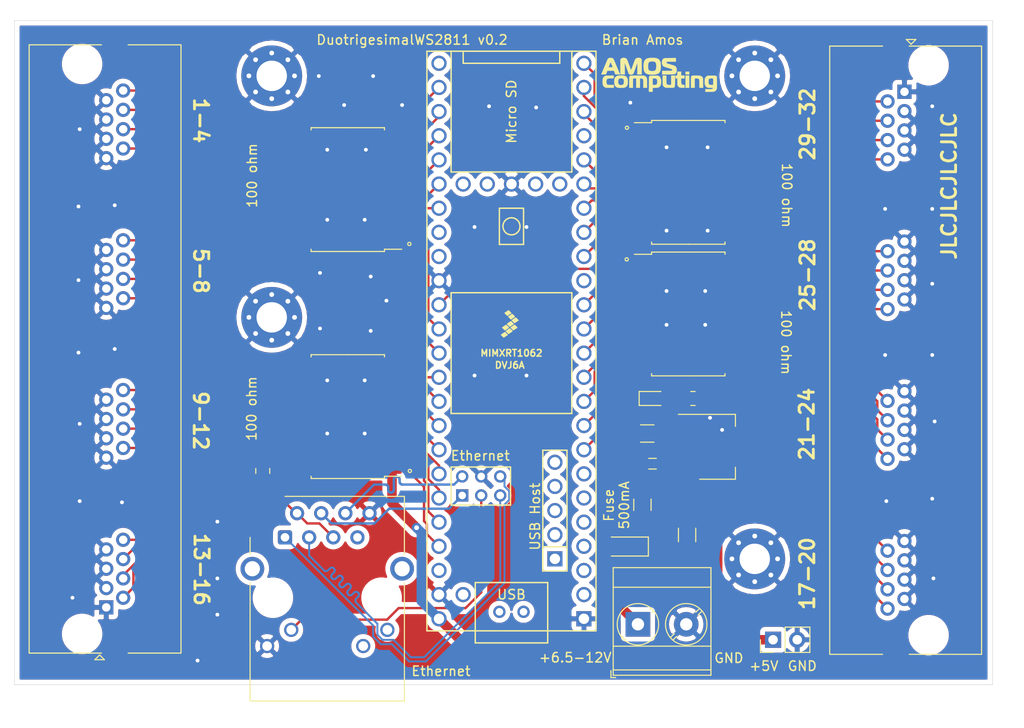
<source format=kicad_pcb>
(kicad_pcb (version 20171130) (host pcbnew "(5.1.9-0-10_14)")
  (layers (0 F.Cu signal) (31 B.Cu signal) (34 B.Paste user) (35 F.Paste user) (36 B.SilkS user) (37 F.SilkS user) (38 B.Mask user) (39 F.Mask user) (44 Edge.Cuts user))
  (net 0 "")
  (net 1 ETH_GND)
  (net 2 "Net-(C1-Pad1)")
  (net 3 +5V)
  (net 4 VCC)
  (net 5 "Net-(D1-Pad1)")
  (net 6 "Net-(D2-Pad1)")
  (net 7 "Net-(F1-Pad2)")
  (net 8 L_18)
  (net 9 L_16)
  (net 10 L_17)
  (net 11 L_15)
  (net 12 L_11)
  (net 13 L_12)
  (net 14 L_14)
  (net 15 L_13)
  (net 16 L_05)
  (net 17 L_07)
  (net 18 L_06)
  (net 19 L_08)
  (net 20 L_04)
  (net 21 L_03)
  (net 22 L_02)
  (net 23 L_01)
  (net 24 L_28)
  (net 25 L_26)
  (net 26 L_27)
  (net 27 L_25)
  (net 28 L_21)
  (net 29 L_22)
  (net 30 L_24)
  (net 31 L_23)
  (net 32 L_31)
  (net 33 L_33)
  (net 34 L_32)
  (net 35 L_34)
  (net 36 L_38)
  (net 37 L_37)
  (net 38 L_36)
  (net 39 L_35)
  (net 40 "Net-(J4-Pad11)")
  (net 41 "Net-(J4-Pad12)")
  (net 42 ETH_LED)
  (net 43 "Net-(J4-Pad7)")
  (net 44 ETH_R-)
  (net 45 ETH_R+)
  (net 46 ETH_T-)
  (net 47 ETH_T+)
  (net 48 "Net-(R2-Pad2)")
  (net 49 "Net-(R3-Pad2)")
  (net 50 "Net-(R4-Pad2)")
  (net 51 "Net-(R5-Pad2)")
  (net 52 "Net-(R6-Pad2)")
  (net 53 "Net-(R7-Pad2)")
  (net 54 "Net-(R8-Pad2)")
  (net 55 "Net-(R9-Pad2)")
  (net 56 "Net-(R10-Pad2)")
  (net 57 "Net-(R11-Pad2)")
  (net 58 "Net-(R12-Pad2)")
  (net 59 "Net-(R13-Pad2)")
  (net 60 "Net-(R14-Pad2)")
  (net 61 "Net-(R15-Pad2)")
  (net 62 "Net-(R16-Pad2)")
  (net 63 "Net-(R17-Pad2)")
  (net 64 "Net-(R18-Pad2)")
  (net 65 "Net-(R19-Pad2)")
  (net 66 "Net-(R20-Pad2)")
  (net 67 "Net-(R21-Pad2)")
  (net 68 "Net-(R22-Pad2)")
  (net 69 "Net-(R23-Pad2)")
  (net 70 "Net-(R24-Pad2)")
  (net 71 "Net-(R25-Pad2)")
  (net 72 "Net-(R26-Pad2)")
  (net 73 "Net-(R27-Pad2)")
  (net 74 "Net-(R28-Pad2)")
  (net 75 "Net-(R29-Pad2)")
  (net 76 "Net-(R30-Pad2)")
  (net 77 "Net-(R31-Pad2)")
  (net 78 "Net-(R32-Pad2)")
  (net 79 "Net-(R33-Pad2)")
  (net 80 "Net-(U1-Pad67)")
  (net 81 "Net-(U1-Pad66)")
  (net 82 "Net-(U1-Pad54)")
  (net 83 "Net-(U1-Pad53)")
  (net 84 "Net-(U1-Pad51)")
  (net 85 "Net-(U1-Pad50)")
  (net 86 P_10)
  (net 87 P_11)
  (net 88 P_12)
  (net 89 P_13)
  (net 90 P_09)
  (net 91 "Net-(U1-Pad15)")
  (net 92 P_07)
  (net 93 "Net-(U1-Pad21)")
  (net 94 P_14)
  (net 95 P_15)
  (net 96 P_16)
  (net 97 "Net-(U1-Pad25)")
  (net 98 P_17)
  (net 99 P_18)
  (net 100 P_19)
  (net 101 P_20)
  (net 102 P_21)
  (net 103 P_22)
  (net 104 "Net-(U1-Pad32)")
  (net 105 "Net-(U1-Pad33)")
  (net 106 P_06)
  (net 107 P_05)
  (net 108 P_04)
  (net 109 P_03)
  (net 110 P_02)
  (net 111 P_01)
  (net 112 "Net-(U1-Pad7)")
  (net 113 "Net-(U1-Pad6)")
  (net 114 "Net-(U1-Pad5)")
  (net 115 "Net-(U1-Pad4)")
  (net 116 "Net-(U1-Pad3)")
  (net 117 "Net-(U1-Pad2)")
  (net 118 P_08)
  (net 119 P_23)
  (net 120 P_24)
  (net 121 P_25)
  (net 122 P_26)
  (net 123 P_27)
  (net 124 P_28)
  (net 125 P_29)
  (net 126 P_30)
  (net 127 P_31)
  (net 128 P_32)
  (net 129 "Net-(U1-Pad46)")
  (net 130 "Net-(U1-Pad55)")
  (net 131 "Net-(U1-Pad56)")
  (net 132 "Net-(U1-Pad57)")
  (net 133 "Net-(U1-Pad58)")
  (net 134 "Net-(U1-Pad59)")
  (net 135 "Net-(U1-Pad49)")
  (net 136 "Net-(C3-Pad2)")
  (module Fuse:Fuse_1206_3216Metric_Pad1.42x1.75mm_HandSolder (layer F.Cu) (at 162.56 101.727 90)
    (fp_text reference F1 hide)
    (fp_text value 500mA)
    (pad 2 smd roundrect (at 1.4875 0 90) (size 1.425 1.75) (layers F.Cu F.Paste F.Mask) (roundrect_rratio 0.175439) (net 7 "Net-(F1-Pad2)"))
    (pad 1 smd roundrect (at -1.4875 0 90) (size 1.425 1.75) (layers F.Cu F.Paste F.Mask) (roundrect_rratio 0.175439) (net 5 "Net-(D1-Pad1)"))
  )
  (module Controller_T41_rev0.2:logo (layer F.Cu) (at 164.3634 56.4896)
    (fp_text reference G*** hide)
    (fp_text value LOGO hide)
  )
  (module Controller_T41_rev0.2:RJ45_Amphenol_RJHSE508004-ND‎ (layer F.Cu) (at 190.119 58.293 270)
    (fp_text reference J1)
    (fp_text value 8P8C_x4)
    (pad 28 thru_hole circle (at 50.294 1.78 270) (size 1.5 1.5) (drill 0.89) (layers *.Cu *.Mask) (net 18 L_06))
    (pad 32 thru_hole circle (at 54.358 1.78 270) (size 1.5 1.5) (drill 0.89) (layers *.Cu *.Mask) (net 19 L_08))
    (pad 27 thru_hole circle (at 49.278 0 270) (size 1.5 1.5) (drill 0.89) (layers *.Cu *.Mask) (net 1 ETH_GND))
    (pad 26 thru_hole circle (at 48.262 1.78 270) (size 1.5 1.5) (drill 0.89) (layers *.Cu *.Mask) (net 16 L_05))
    (pad 31 thru_hole circle (at 53.342 0 270) (size 1.5 1.5) (drill 0.89) (layers *.Cu *.Mask) (net 1 ETH_GND))
    (pad 30 thru_hole circle (at 52.326 1.78 270) (size 1.5 1.5) (drill 0.89) (layers *.Cu *.Mask) (net 17 L_07))
    (pad 29 thru_hole circle (at 51.31 0 270) (size 1.5 1.5) (drill 0.89) (layers *.Cu *.Mask) (net 1 ETH_GND))
    (pad 25 thru_hole circle (at 47.246 0 270) (size 1.5 1.5) (drill 0.89) (layers *.Cu *.Mask) (net 1 ETH_GND))
    (pad 20 thru_hole circle (at 34.546 1.78 270) (size 1.5 1.5) (drill 0.89) (layers *.Cu *.Mask) (net 22 L_02))
    (pad 24 thru_hole circle (at 38.61 1.78 270) (size 1.5 1.5) (drill 0.89) (layers *.Cu *.Mask) (net 20 L_04))
    (pad 19 thru_hole circle (at 33.53 0 270) (size 1.5 1.5) (drill 0.89) (layers *.Cu *.Mask) (net 1 ETH_GND))
    (pad 18 thru_hole circle (at 32.514 1.78 270) (size 1.5 1.5) (drill 0.89) (layers *.Cu *.Mask) (net 23 L_01))
    (pad 23 thru_hole circle (at 37.594 0 270) (size 1.5 1.5) (drill 0.89) (layers *.Cu *.Mask) (net 1 ETH_GND))
    (pad 22 thru_hole circle (at 36.578 1.78 270) (size 1.5 1.5) (drill 0.89) (layers *.Cu *.Mask) (net 21 L_03))
    (pad 21 thru_hole circle (at 35.562 0 270) (size 1.5 1.5) (drill 0.89) (layers *.Cu *.Mask) (net 1 ETH_GND))
    (pad 17 thru_hole circle (at 31.498 0 270) (size 1.5 1.5) (drill 0.89) (layers *.Cu *.Mask) (net 1 ETH_GND))
    (pad 4 thru_hole circle (at 3.048 1.78 270) (size 1.5 1.5) (drill 0.89) (layers *.Cu *.Mask) (net 13 L_12))
    (pad 2 thru_hole circle (at 1.016 1.78 270) (size 1.5 1.5) (drill 0.89) (layers *.Cu *.Mask) (net 12 L_11))
    (pad 3 thru_hole circle (at 2.032 0 270) (size 1.5 1.5) (drill 0.89) (layers *.Cu *.Mask) (net 1 ETH_GND))
    (pad 5 thru_hole circle (at 4.064 0 270) (size 1.5 1.5) (drill 0.89) (layers *.Cu *.Mask) (net 1 ETH_GND))
    (pad 16 thru_hole circle (at 22.862 1.78 270) (size 1.5 1.5) (drill 0.89) (layers *.Cu *.Mask) (net 8 L_18))
    (pad 12 thru_hole circle (at 18.798 1.78 270) (size 1.5 1.5) (drill 0.89) (layers *.Cu *.Mask) (net 9 L_16))
    (pad 1 thru_hole rect (at 0 0 270) (size 1.5 1.5) (drill 0.89) (layers *.Cu *.Mask) (net 1 ETH_GND))
    (pad "" np_thru_hole circle (at 57.15 -2.54 270) (size 3.25 3.25) (drill 3.25) (layers *.Cu *.Mask))
    (pad 9 thru_hole circle (at 15.75 0 270) (size 1.5 1.5) (drill 0.89) (layers *.Cu *.Mask) (net 1 ETH_GND))
    (pad 6 thru_hole circle (at 5.08 1.78 270) (size 1.5 1.5) (drill 0.89) (layers *.Cu *.Mask) (net 15 L_13))
    (pad 13 thru_hole circle (at 19.814 0 270) (size 1.5 1.5) (drill 0.89) (layers *.Cu *.Mask) (net 1 ETH_GND))
    (pad 14 thru_hole circle (at 20.83 1.78 270) (size 1.5 1.5) (drill 0.89) (layers *.Cu *.Mask) (net 10 L_17))
    (pad 15 thru_hole circle (at 21.846 0 270) (size 1.5 1.5) (drill 0.89) (layers *.Cu *.Mask) (net 1 ETH_GND))
    (pad 10 thru_hole circle (at 16.766 1.78 270) (size 1.5 1.5) (drill 0.89) (layers *.Cu *.Mask) (net 11 L_15))
    (pad 8 thru_hole circle (at 7.112 1.78 270) (size 1.5 1.5) (drill 0.89) (layers *.Cu *.Mask) (net 14 L_14))
    (pad 7 thru_hole circle (at 6.096 0 270) (size 1.5 1.5) (drill 0.89) (layers *.Cu *.Mask) (net 1 ETH_GND))
    (pad "" np_thru_hole circle (at -2.79 -2.54 270) (size 3.25 3.25) (drill 3.25) (layers *.Cu *.Mask))
    (pad 11 thru_hole circle (at 17.782 0 270) (size 1.5 1.5) (drill 0.89) (layers *.Cu *.Mask) (net 1 ETH_GND))
  )
  (module Controller_T41_rev0.2:RJ45_Amphenol_RJHSE508004-ND‎ (layer F.Cu) (at 106.172 112.522 90)
    (fp_text reference J2)
    (fp_text value 8P8C_x4)
    (pad 28 thru_hole circle (at 50.294 1.78 90) (size 1.5 1.5) (drill 0.89) (layers *.Cu *.Mask) (net 25 L_26))
    (pad 32 thru_hole circle (at 54.358 1.78 90) (size 1.5 1.5) (drill 0.89) (layers *.Cu *.Mask) (net 24 L_28))
    (pad 27 thru_hole circle (at 49.278 0 90) (size 1.5 1.5) (drill 0.89) (layers *.Cu *.Mask) (net 1 ETH_GND))
    (pad 26 thru_hole circle (at 48.262 1.78 90) (size 1.5 1.5) (drill 0.89) (layers *.Cu *.Mask) (net 27 L_25))
    (pad 31 thru_hole circle (at 53.342 0 90) (size 1.5 1.5) (drill 0.89) (layers *.Cu *.Mask) (net 1 ETH_GND))
    (pad 30 thru_hole circle (at 52.326 1.78 90) (size 1.5 1.5) (drill 0.89) (layers *.Cu *.Mask) (net 26 L_27))
    (pad 29 thru_hole circle (at 51.31 0 90) (size 1.5 1.5) (drill 0.89) (layers *.Cu *.Mask) (net 1 ETH_GND))
    (pad 25 thru_hole circle (at 47.246 0 90) (size 1.5 1.5) (drill 0.89) (layers *.Cu *.Mask) (net 1 ETH_GND))
    (pad 20 thru_hole circle (at 34.546 1.78 90) (size 1.5 1.5) (drill 0.89) (layers *.Cu *.Mask) (net 29 L_22))
    (pad 24 thru_hole circle (at 38.61 1.78 90) (size 1.5 1.5) (drill 0.89) (layers *.Cu *.Mask) (net 30 L_24))
    (pad 19 thru_hole circle (at 33.53 0 90) (size 1.5 1.5) (drill 0.89) (layers *.Cu *.Mask) (net 1 ETH_GND))
    (pad 18 thru_hole circle (at 32.514 1.78 90) (size 1.5 1.5) (drill 0.89) (layers *.Cu *.Mask) (net 28 L_21))
    (pad 23 thru_hole circle (at 37.594 0 90) (size 1.5 1.5) (drill 0.89) (layers *.Cu *.Mask) (net 1 ETH_GND))
    (pad 22 thru_hole circle (at 36.578 1.78 90) (size 1.5 1.5) (drill 0.89) (layers *.Cu *.Mask) (net 31 L_23))
    (pad 21 thru_hole circle (at 35.562 0 90) (size 1.5 1.5) (drill 0.89) (layers *.Cu *.Mask) (net 1 ETH_GND))
    (pad 17 thru_hole circle (at 31.498 0 90) (size 1.5 1.5) (drill 0.89) (layers *.Cu *.Mask) (net 1 ETH_GND))
    (pad 4 thru_hole circle (at 3.048 1.78 90) (size 1.5 1.5) (drill 0.89) (layers *.Cu *.Mask) (net 34 L_32))
    (pad 2 thru_hole circle (at 1.016 1.78 90) (size 1.5 1.5) (drill 0.89) (layers *.Cu *.Mask) (net 32 L_31))
    (pad 3 thru_hole circle (at 2.032 0 90) (size 1.5 1.5) (drill 0.89) (layers *.Cu *.Mask) (net 1 ETH_GND))
    (pad 5 thru_hole circle (at 4.064 0 90) (size 1.5 1.5) (drill 0.89) (layers *.Cu *.Mask) (net 1 ETH_GND))
    (pad 16 thru_hole circle (at 22.862 1.78 90) (size 1.5 1.5) (drill 0.89) (layers *.Cu *.Mask) (net 36 L_38))
    (pad 12 thru_hole circle (at 18.798 1.78 90) (size 1.5 1.5) (drill 0.89) (layers *.Cu *.Mask) (net 38 L_36))
    (pad 1 thru_hole rect (at 0 0 90) (size 1.5 1.5) (drill 0.89) (layers *.Cu *.Mask) (net 1 ETH_GND))
    (pad "" np_thru_hole circle (at 57.15 -2.54 90) (size 3.25 3.25) (drill 3.25) (layers *.Cu *.Mask))
    (pad 9 thru_hole circle (at 15.75 0 90) (size 1.5 1.5) (drill 0.89) (layers *.Cu *.Mask) (net 1 ETH_GND))
    (pad 6 thru_hole circle (at 5.08 1.78 90) (size 1.5 1.5) (drill 0.89) (layers *.Cu *.Mask) (net 33 L_33))
    (pad 13 thru_hole circle (at 19.814 0 90) (size 1.5 1.5) (drill 0.89) (layers *.Cu *.Mask) (net 1 ETH_GND))
    (pad 14 thru_hole circle (at 20.83 1.78 90) (size 1.5 1.5) (drill 0.89) (layers *.Cu *.Mask) (net 37 L_37))
    (pad 15 thru_hole circle (at 21.846 0 90) (size 1.5 1.5) (drill 0.89) (layers *.Cu *.Mask) (net 1 ETH_GND))
    (pad 10 thru_hole circle (at 16.766 1.78 90) (size 1.5 1.5) (drill 0.89) (layers *.Cu *.Mask) (net 39 L_35))
    (pad 8 thru_hole circle (at 7.112 1.78 90) (size 1.5 1.5) (drill 0.89) (layers *.Cu *.Mask) (net 35 L_34))
    (pad 7 thru_hole circle (at 6.096 0 90) (size 1.5 1.5) (drill 0.89) (layers *.Cu *.Mask) (net 1 ETH_GND))
    (pad "" np_thru_hole circle (at -2.79 -2.54 90) (size 3.25 3.25) (drill 3.25) (layers *.Cu *.Mask))
    (pad 11 thru_hole circle (at 17.782 0 90) (size 1.5 1.5) (drill 0.89) (layers *.Cu *.Mask) (net 1 ETH_GND))
  )
  (module Resistor_SMD:R_01005_0402Metric (layer F.Cu) (at 123.0884 86.741)
    (fp_text reference R33 hide)
    (fp_text value 100ohm)
    (pad 2 smd roundrect (at 0.25 0) (size 0.4 0.3) (layers F.Cu F.Mask) (net 79 "Net-(R33-Pad2)"))
    (pad 1 smd roundrect (at -0.25 0) (size 0.4 0.3) (layers F.Cu F.Mask) (net 36 L_38))
  )
  (module Resistor_SMD:R_01005_0402Metric (layer F.Cu) (at 123.0884 88.011)
    (fp_text reference R32 hide)
    (fp_text value 100ohm)
    (pad 2 smd roundrect (at 0.25 0) (size 0.4 0.3) (layers F.Cu F.Mask) (net 78 "Net-(R32-Pad2)"))
    (pad 1 smd roundrect (at -0.25 0) (size 0.4 0.3) (layers F.Cu F.Mask) (net 37 L_37))
  )
  (module Resistor_SMD:R_01005_0402Metric (layer F.Cu) (at 123.0884 89.281)
    (fp_text reference R31 hide)
    (fp_text value 100ohm)
    (pad 2 smd roundrect (at 0.25 0) (size 0.4 0.3) (layers F.Cu F.Mask) (net 77 "Net-(R31-Pad2)"))
    (pad 1 smd roundrect (at -0.25 0) (size 0.4 0.3) (layers F.Cu F.Mask) (net 38 L_36))
  )
  (module Resistor_SMD:R_01005_0402Metric (layer F.Cu) (at 123.0884 90.551)
    (fp_text reference R30 hide)
    (fp_text value 100ohm)
    (pad 2 smd roundrect (at 0.25 0) (size 0.4 0.3) (layers F.Cu F.Mask) (net 76 "Net-(R30-Pad2)"))
    (pad 1 smd roundrect (at -0.25 0) (size 0.4 0.3) (layers F.Cu F.Mask) (net 39 L_35))
  )
  (module Resistor_SMD:R_01005_0402Metric (layer F.Cu) (at 123.063 91.821)
    (fp_text reference R29 hide)
    (fp_text value 100ohm)
    (pad 2 smd roundrect (at 0.25 0) (size 0.4 0.3) (layers F.Cu F.Mask) (net 75 "Net-(R29-Pad2)"))
    (pad 1 smd roundrect (at -0.25 0) (size 0.4 0.3) (layers F.Cu F.Mask) (net 35 L_34))
  )
  (module Resistor_SMD:R_01005_0402Metric (layer F.Cu) (at 123.063 93.091)
    (fp_text reference R28 hide)
    (fp_text value 100ohm)
    (pad 2 smd roundrect (at 0.25 0) (size 0.4 0.3) (layers F.Cu F.Mask) (net 74 "Net-(R28-Pad2)"))
    (pad 1 smd roundrect (at -0.25 0) (size 0.4 0.3) (layers F.Cu F.Mask) (net 33 L_33))
  )
  (module Resistor_SMD:R_01005_0402Metric (layer F.Cu) (at 123.063 94.361)
    (fp_text reference R27 hide)
    (fp_text value 100ohm)
    (pad 2 smd roundrect (at 0.25 0) (size 0.4 0.3) (layers F.Cu F.Mask) (net 73 "Net-(R27-Pad2)"))
    (pad 1 smd roundrect (at -0.25 0) (size 0.4 0.3) (layers F.Cu F.Mask) (net 34 L_32))
  )
  (module Resistor_SMD:R_01005_0402Metric (layer F.Cu) (at 123.063 95.631)
    (fp_text reference R26 hide)
    (fp_text value 100ohm)
    (pad 2 smd roundrect (at 0.25 0) (size 0.4 0.3) (layers F.Cu F.Mask) (net 72 "Net-(R26-Pad2)"))
    (pad 1 smd roundrect (at -0.25 0) (size 0.4 0.3) (layers F.Cu F.Mask) (net 32 L_31))
  )
  (module Resistor_SMD:R_01005_0402Metric (layer F.Cu) (at 175.895 73.533 180)
    (fp_text reference R25 hide)
    (fp_text value 100ohm)
    (pad 2 smd roundrect (at 0.25 0 180) (size 0.4 0.3) (layers F.Cu F.Mask) (net 71 "Net-(R25-Pad2)"))
    (pad 1 smd roundrect (at -0.25 0 180) (size 0.4 0.3) (layers F.Cu F.Mask) (net 8 L_18))
  )
  (module Resistor_SMD:R_01005_0402Metric (layer F.Cu) (at 175.895 72.263 180)
    (fp_text reference R24 hide)
    (fp_text value 100ohm)
    (pad 2 smd roundrect (at 0.25 0 180) (size 0.4 0.3) (layers F.Cu F.Mask) (net 70 "Net-(R24-Pad2)"))
    (pad 1 smd roundrect (at -0.25 0 180) (size 0.4 0.3) (layers F.Cu F.Mask) (net 10 L_17))
  )
  (module Resistor_SMD:R_01005_0402Metric (layer F.Cu) (at 175.895 70.993 180)
    (fp_text reference R23 hide)
    (fp_text value 100ohm)
    (pad 2 smd roundrect (at 0.25 0 180) (size 0.4 0.3) (layers F.Cu F.Mask) (net 69 "Net-(R23-Pad2)"))
    (pad 1 smd roundrect (at -0.25 0 180) (size 0.4 0.3) (layers F.Cu F.Mask) (net 9 L_16))
  )
  (module Resistor_SMD:R_01005_0402Metric (layer F.Cu) (at 175.895 69.723 180)
    (fp_text reference R22 hide)
    (fp_text value 100ohm)
    (pad 2 smd roundrect (at 0.25 0 180) (size 0.4 0.3) (layers F.Cu F.Mask) (net 68 "Net-(R22-Pad2)"))
    (pad 1 smd roundrect (at -0.25 0 180) (size 0.4 0.3) (layers F.Cu F.Mask) (net 11 L_15))
  )
  (module Resistor_SMD:R_01005_0402Metric (layer F.Cu) (at 175.895 68.453 180)
    (fp_text reference R21 hide)
    (fp_text value 100ohm)
    (pad 2 smd roundrect (at 0.25 0 180) (size 0.4 0.3) (layers F.Cu F.Mask) (net 67 "Net-(R21-Pad2)"))
    (pad 1 smd roundrect (at -0.25 0 180) (size 0.4 0.3) (layers F.Cu F.Mask) (net 14 L_14))
  )
  (module Resistor_SMD:R_01005_0402Metric (layer F.Cu) (at 175.895 67.183 180)
    (fp_text reference R20 hide)
    (fp_text value 100ohm)
    (pad 2 smd roundrect (at 0.25 0 180) (size 0.4 0.3) (layers F.Cu F.Mask) (net 66 "Net-(R20-Pad2)"))
    (pad 1 smd roundrect (at -0.25 0 180) (size 0.4 0.3) (layers F.Cu F.Mask) (net 15 L_13))
  )
  (module Resistor_SMD:R_01005_0402Metric (layer F.Cu) (at 175.895 65.913 180)
    (fp_text reference R19 hide)
    (fp_text value 100ohm)
    (pad 2 smd roundrect (at 0.25 0 180) (size 0.4 0.3) (layers F.Cu F.Mask) (net 65 "Net-(R19-Pad2)"))
    (pad 1 smd roundrect (at -0.25 0 180) (size 0.4 0.3) (layers F.Cu F.Mask) (net 13 L_12))
  )
  (module Resistor_SMD:R_01005_0402Metric (layer F.Cu) (at 175.895 64.643 180)
    (fp_text reference R18 hide)
    (fp_text value 100ohm)
    (pad 2 smd roundrect (at 0.25 0 180) (size 0.4 0.3) (layers F.Cu F.Mask) (net 64 "Net-(R18-Pad2)"))
    (pad 1 smd roundrect (at -0.25 0 180) (size 0.4 0.3) (layers F.Cu F.Mask) (net 12 L_11))
  )
  (module Resistor_SMD:R_01005_0402Metric (layer F.Cu) (at 123.063 62.865)
    (fp_text reference R17 hide)
    (fp_text value 100ohm)
    (pad 2 smd roundrect (at 0.25 0) (size 0.4 0.3) (layers F.Cu F.Mask) (net 63 "Net-(R17-Pad2)"))
    (pad 1 smd roundrect (at -0.25 0) (size 0.4 0.3) (layers F.Cu F.Mask) (net 24 L_28))
  )
  (module Resistor_SMD:R_01005_0402Metric (layer F.Cu) (at 123.063 64.135)
    (fp_text reference R16 hide)
    (fp_text value 100ohm)
    (pad 2 smd roundrect (at 0.25 0) (size 0.4 0.3) (layers F.Cu F.Mask) (net 62 "Net-(R16-Pad2)"))
    (pad 1 smd roundrect (at -0.25 0) (size 0.4 0.3) (layers F.Cu F.Mask) (net 26 L_27))
  )
  (module Resistor_SMD:R_01005_0402Metric (layer F.Cu) (at 123.063 65.405)
    (fp_text reference R15 hide)
    (fp_text value 100ohm)
    (pad 2 smd roundrect (at 0.25 0) (size 0.4 0.3) (layers F.Cu F.Mask) (net 61 "Net-(R15-Pad2)"))
    (pad 1 smd roundrect (at -0.25 0) (size 0.4 0.3) (layers F.Cu F.Mask) (net 25 L_26))
  )
  (module Resistor_SMD:R_01005_0402Metric (layer F.Cu) (at 123.063 66.675)
    (fp_text reference R14 hide)
    (fp_text value 100ohm)
    (pad 2 smd roundrect (at 0.25 0) (size 0.4 0.3) (layers F.Cu F.Mask) (net 60 "Net-(R14-Pad2)"))
    (pad 1 smd roundrect (at -0.25 0) (size 0.4 0.3) (layers F.Cu F.Mask) (net 27 L_25))
  )
  (module Resistor_SMD:R_01005_0402Metric (layer F.Cu) (at 123.063 67.945)
    (fp_text reference R13 hide)
    (fp_text value 100ohm)
    (pad 2 smd roundrect (at 0.25 0) (size 0.4 0.3) (layers F.Cu F.Mask) (net 59 "Net-(R13-Pad2)"))
    (pad 1 smd roundrect (at -0.25 0) (size 0.4 0.3) (layers F.Cu F.Mask) (net 30 L_24))
  )
  (module Resistor_SMD:R_01005_0402Metric (layer F.Cu) (at 123.063 69.215)
    (fp_text reference R12 hide)
    (fp_text value 100ohm)
    (pad 2 smd roundrect (at 0.25 0) (size 0.4 0.3) (layers F.Cu F.Mask) (net 58 "Net-(R12-Pad2)"))
    (pad 1 smd roundrect (at -0.25 0) (size 0.4 0.3) (layers F.Cu F.Mask) (net 31 L_23))
  )
  (module Resistor_SMD:R_01005_0402Metric (layer F.Cu) (at 123.063 70.485)
    (fp_text reference R11 hide)
    (fp_text value 100ohm)
    (pad 2 smd roundrect (at 0.25 0) (size 0.4 0.3) (layers F.Cu F.Mask) (net 57 "Net-(R11-Pad2)"))
    (pad 1 smd roundrect (at -0.25 0) (size 0.4 0.3) (layers F.Cu F.Mask) (net 29 L_22))
  )
  (module Resistor_SMD:R_01005_0402Metric (layer F.Cu) (at 123.063 71.755)
    (fp_text reference R10 hide)
    (fp_text value 100ohm)
    (pad 2 smd roundrect (at 0.25 0) (size 0.4 0.3) (layers F.Cu F.Mask) (net 56 "Net-(R10-Pad2)"))
    (pad 1 smd roundrect (at -0.25 0) (size 0.4 0.3) (layers F.Cu F.Mask) (net 28 L_21))
  )
  (module Resistor_SMD:R_01005_0402Metric (layer F.Cu) (at 175.9204 87.376 180)
    (fp_text reference R9 hide)
    (fp_text value 100ohm)
    (pad 2 smd roundrect (at 0.25 0 180) (size 0.4 0.3) (layers F.Cu F.Mask) (net 55 "Net-(R9-Pad2)"))
    (pad 1 smd roundrect (at -0.25 0 180) (size 0.4 0.3) (layers F.Cu F.Mask) (net 19 L_08))
  )
  (module Resistor_SMD:R_01005_0402Metric (layer F.Cu) (at 175.9204 86.106 180)
    (fp_text reference R8 hide)
    (fp_text value 100ohm)
    (pad 2 smd roundrect (at 0.25 0 180) (size 0.4 0.3) (layers F.Cu F.Mask) (net 54 "Net-(R8-Pad2)"))
    (pad 1 smd roundrect (at -0.25 0 180) (size 0.4 0.3) (layers F.Cu F.Mask) (net 17 L_07))
  )
  (module Resistor_SMD:R_01005_0402Metric (layer F.Cu) (at 175.9204 84.836 180)
    (fp_text reference R7 hide)
    (fp_text value 100ohm)
    (pad 2 smd roundrect (at 0.25 0 180) (size 0.4 0.3) (layers F.Cu F.Mask) (net 53 "Net-(R7-Pad2)"))
    (pad 1 smd roundrect (at -0.25 0 180) (size 0.4 0.3) (layers F.Cu F.Mask) (net 18 L_06))
  )
  (module Resistor_SMD:R_01005_0402Metric (layer F.Cu) (at 175.9204 83.566 180)
    (fp_text reference R6 hide)
    (fp_text value 100ohm)
    (pad 2 smd roundrect (at 0.25 0 180) (size 0.4 0.3) (layers F.Cu F.Mask) (net 52 "Net-(R6-Pad2)"))
    (pad 1 smd roundrect (at -0.25 0 180) (size 0.4 0.3) (layers F.Cu F.Mask) (net 16 L_05))
  )
  (module Resistor_SMD:R_01005_0402Metric (layer F.Cu) (at 175.9204 82.296 180)
    (fp_text reference R5 hide)
    (fp_text value 100ohm)
    (pad 2 smd roundrect (at 0.25 0 180) (size 0.4 0.3) (layers F.Cu F.Mask) (net 51 "Net-(R5-Pad2)"))
    (pad 1 smd roundrect (at -0.25 0 180) (size 0.4 0.3) (layers F.Cu F.Mask) (net 20 L_04))
  )
  (module Resistor_SMD:R_01005_0402Metric (layer F.Cu) (at 175.9204 81.026 180)
    (fp_text reference R4 hide)
    (fp_text value 100ohm)
    (pad 2 smd roundrect (at 0.25 0 180) (size 0.4 0.3) (layers F.Cu F.Mask) (net 50 "Net-(R4-Pad2)"))
    (pad 1 smd roundrect (at -0.25 0 180) (size 0.4 0.3) (layers F.Cu F.Mask) (net 21 L_03))
  )
  (module Resistor_SMD:R_01005_0402Metric (layer F.Cu) (at 175.9204 79.756 180)
    (fp_text reference R3 hide)
    (fp_text value 100ohm)
    (pad 2 smd roundrect (at 0.25 0 180) (size 0.4 0.3) (layers F.Cu F.Mask) (net 49 "Net-(R3-Pad2)"))
    (pad 1 smd roundrect (at -0.25 0 180) (size 0.4 0.3) (layers F.Cu F.Mask) (net 22 L_02))
  )
  (module Resistor_SMD:R_01005_0402Metric (layer F.Cu) (at 175.9204 78.486 180)
    (fp_text reference R2 hide)
    (fp_text value 100ohm)
    (pad 2 smd roundrect (at 0.25 0 180) (size 0.4 0.3) (layers F.Cu F.Mask) (net 48 "Net-(R2-Pad2)"))
    (pad 1 smd roundrect (at -0.25 0 180) (size 0.4 0.3) (layers F.Cu F.Mask) (net 23 L_01))
  )
  (module LED_SMD:LED_0603_1608Metric (layer F.Cu) (at 163.703 90.551)
    (fp_text reference D2 hide)
    (fp_text value red)
    (pad 2 smd roundrect (at 0.7875 0) (size 0.875 0.95) (layers F.Cu F.Paste F.Mask) (net 3 +5V))
    (pad 1 smd roundrect (at -0.7875 0) (size 0.875 0.95) (layers F.Cu F.Paste F.Mask) (net 6 "Net-(D2-Pad1)"))
  )
  (module teensy:Teensy41 (layer F.Cu) (at 148.78812 84.50834 90)
    (fp_text reference U1)
    (fp_text value Teensy4.1)
    (fp_text user "USB Host" (at -18.4658 2.4892 90) (layer F.SilkS))
    (fp_text user Ethernet (at -12.065 -3.2766) (layer F.SilkS))
    (fp_text user USB (at -26.67 0 180) (layer F.SilkS))
    (fp_text user "Micro SD" (at 24.13 0 90) (layer F.SilkS))
    (fp_text user MIMXRT1062 (at -1.27 0 180) (layer F.SilkS) (effects (font (size 0.7 0.7))))
    (fp_text user DVJ6A (at -2.54 -0.18 180) (layer F.SilkS) (effects (font (size 0.7 0.7))))
    (pad 67 thru_hole circle (at -28.48 -1.27 90) (size 1.3 1.3) (drill 0.8) (layers *.Cu *.Mask) (net 80 "Net-(U1-Pad67)"))
    (pad 66 thru_hole circle (at -28.48 1.27 90) (size 1.3 1.3) (drill 0.8) (layers *.Cu *.Mask) (net 81 "Net-(U1-Pad66)"))
    (pad 54 thru_hole circle (at 16.51 -5.08 90) (size 1.6 1.6) (drill 1.1) (layers *.Cu *.Mask) (net 82 "Net-(U1-Pad54)"))
    (pad 53 thru_hole circle (at 16.51 -2.54 90) (size 1.6 1.6) (drill 1.1) (layers *.Cu *.Mask) (net 83 "Net-(U1-Pad53)"))
    (pad 52 thru_hole circle (at 16.51 0 90) (size 1.6 1.6) (drill 1.1) (layers *.Cu *.Mask) (net 1 ETH_GND))
    (pad 51 thru_hole circle (at 16.51 2.54 90) (size 1.6 1.6) (drill 1.1) (layers *.Cu *.Mask) (net 84 "Net-(U1-Pad51)"))
    (pad 50 thru_hole circle (at 16.51 5.08 90) (size 1.6 1.6) (drill 1.1) (layers *.Cu *.Mask) (net 85 "Net-(U1-Pad50)"))
    (pad 62 thru_hole circle (at -16.24 -1.1816 90) (size 1.3 1.3) (drill 0.8) (layers *.Cu *.Mask) (net 46 ETH_T-))
    (pad 63 thru_hole circle (at -14.24 -1.1816 90) (size 1.3 1.3) (drill 0.8) (layers *.Cu *.Mask) (net 47 ETH_T+))
    (pad 64 thru_hole circle (at -14.24 -3.1816 90) (size 1.3 1.3) (drill 0.8) (layers *.Cu *.Mask) (net 1 ETH_GND))
    (pad 61 thru_hole circle (at -16.24 -3.1816 90) (size 1.3 1.3) (drill 0.8) (layers *.Cu *.Mask) (net 42 ETH_LED))
    (pad 65 thru_hole circle (at -14.24 -5.1816 90) (size 1.3 1.3) (drill 0.8) (layers *.Cu *.Mask) (net 44 ETH_R-))
    (pad 60 thru_hole rect (at -16.24 -5.1816 90) (size 1.3 1.3) (drill 0.8) (layers *.Cu *.Mask) (net 45 ETH_R+))
    (pad 17 thru_hole circle (at 11.43 7.62 90) (size 1.6 1.6) (drill 1.1) (layers *.Cu *.Mask) (net 86 P_10))
    (pad 18 thru_hole circle (at 13.97 7.62 90) (size 1.6 1.6) (drill 1.1) (layers *.Cu *.Mask) (net 87 P_11))
    (pad 19 thru_hole circle (at 16.51 7.62 90) (size 1.6 1.6) (drill 1.1) (layers *.Cu *.Mask) (net 88 P_12))
    (pad 20 thru_hole circle (at 19.05 7.62 90) (size 1.6 1.6) (drill 1.1) (layers *.Cu *.Mask) (net 89 P_13))
    (pad 16 thru_hole circle (at 8.89 7.62 90) (size 1.6 1.6) (drill 1.1) (layers *.Cu *.Mask) (net 90 P_09))
    (pad 15 thru_hole circle (at 6.35 7.62 90) (size 1.6 1.6) (drill 1.1) (layers *.Cu *.Mask) (net 91 "Net-(U1-Pad15)"))
    (pad 14 thru_hole circle (at 3.81 7.62 90) (size 1.6 1.6) (drill 1.1) (layers *.Cu *.Mask) (net 92 P_07))
    (pad 21 thru_hole circle (at 21.59 7.62 90) (size 1.6 1.6) (drill 1.1) (layers *.Cu *.Mask) (net 93 "Net-(U1-Pad21)"))
    (pad 22 thru_hole circle (at 24.13 7.62 90) (size 1.6 1.6) (drill 1.1) (layers *.Cu *.Mask) (net 94 P_14))
    (pad 23 thru_hole circle (at 26.67 7.62 90) (size 1.6 1.6) (drill 1.1) (layers *.Cu *.Mask) (net 95 P_15))
    (pad 24 thru_hole circle (at 29.21 7.62 90) (size 1.6 1.6) (drill 1.1) (layers *.Cu *.Mask) (net 96 P_16))
    (pad 25 thru_hole circle (at 29.21 -7.62 90) (size 1.6 1.6) (drill 1.1) (layers *.Cu *.Mask) (net 97 "Net-(U1-Pad25)"))
    (pad 26 thru_hole circle (at 26.67 -7.62 90) (size 1.6 1.6) (drill 1.1) (layers *.Cu *.Mask) (net 98 P_17))
    (pad 27 thru_hole circle (at 24.13 -7.62 90) (size 1.6 1.6) (drill 1.1) (layers *.Cu *.Mask) (net 99 P_18))
    (pad 28 thru_hole circle (at 21.59 -7.62 90) (size 1.6 1.6) (drill 1.1) (layers *.Cu *.Mask) (net 100 P_19))
    (pad 29 thru_hole circle (at 19.05 -7.62 90) (size 1.6 1.6) (drill 1.1) (layers *.Cu *.Mask) (net 101 P_20))
    (pad 30 thru_hole circle (at 16.51 -7.62 90) (size 1.6 1.6) (drill 1.1) (layers *.Cu *.Mask) (net 102 P_21))
    (pad 31 thru_hole circle (at 13.97 -7.62 90) (size 1.6 1.6) (drill 1.1) (layers *.Cu *.Mask) (net 103 P_22))
    (pad 32 thru_hole circle (at 11.43 -7.62 90) (size 1.6 1.6) (drill 1.1) (layers *.Cu *.Mask) (net 104 "Net-(U1-Pad32)"))
    (pad 33 thru_hole circle (at 8.89 -7.62 90) (size 1.6 1.6) (drill 1.1) (layers *.Cu *.Mask) (net 105 "Net-(U1-Pad33)"))
    (pad 34 thru_hole circle (at 6.35 -7.62 90) (size 1.6 1.6) (drill 1.1) (layers *.Cu *.Mask) (net 1 ETH_GND))
    (pad 13 thru_hole circle (at 1.27 7.62 90) (size 1.6 1.6) (drill 1.1) (layers *.Cu *.Mask) (net 106 P_06))
    (pad 12 thru_hole circle (at -1.27 7.62 90) (size 1.6 1.6) (drill 1.1) (layers *.Cu *.Mask) (net 107 P_05))
    (pad 11 thru_hole circle (at -3.81 7.62 90) (size 1.6 1.6) (drill 1.1) (layers *.Cu *.Mask) (net 108 P_04))
    (pad 10 thru_hole circle (at -6.35 7.62 90) (size 1.6 1.6) (drill 1.1) (layers *.Cu *.Mask) (net 109 P_03))
    (pad 9 thru_hole circle (at -8.89 7.62 90) (size 1.6 1.6) (drill 1.1) (layers *.Cu *.Mask) (net 110 P_02))
    (pad 8 thru_hole circle (at -11.43 7.62 90) (size 1.6 1.6) (drill 1.1) (layers *.Cu *.Mask) (net 111 P_01))
    (pad 7 thru_hole circle (at -13.97 7.62 90) (size 1.6 1.6) (drill 1.1) (layers *.Cu *.Mask) (net 112 "Net-(U1-Pad7)"))
    (pad 6 thru_hole circle (at -16.51 7.62 90) (size 1.6 1.6) (drill 1.1) (layers *.Cu *.Mask) (net 113 "Net-(U1-Pad6)"))
    (pad 5 thru_hole circle (at -19.05 7.62 90) (size 1.6 1.6) (drill 1.1) (layers *.Cu *.Mask) (net 114 "Net-(U1-Pad5)"))
    (pad 4 thru_hole circle (at -21.59 7.62 90) (size 1.6 1.6) (drill 1.1) (layers *.Cu *.Mask) (net 115 "Net-(U1-Pad4)"))
    (pad 3 thru_hole circle (at -24.13 7.62 90) (size 1.6 1.6) (drill 1.1) (layers *.Cu *.Mask) (net 116 "Net-(U1-Pad3)"))
    (pad 2 thru_hole circle (at -26.67 7.62 90) (size 1.6 1.6) (drill 1.1) (layers *.Cu *.Mask) (net 117 "Net-(U1-Pad2)"))
    (pad 1 thru_hole rect (at -29.21 7.62 90) (size 1.6 1.6) (drill 1.1) (layers *.Cu *.Mask) (net 1 ETH_GND))
    (pad 35 thru_hole circle (at 3.81 -7.62 90) (size 1.6 1.6) (drill 1.1) (layers *.Cu *.Mask) (net 118 P_08))
    (pad 36 thru_hole circle (at 1.27 -7.62 90) (size 1.6 1.6) (drill 1.1) (layers *.Cu *.Mask) (net 119 P_23))
    (pad 37 thru_hole circle (at -1.27 -7.62 90) (size 1.6 1.6) (drill 1.1) (layers *.Cu *.Mask) (net 120 P_24))
    (pad 38 thru_hole circle (at -3.81 -7.62 90) (size 1.6 1.6) (drill 1.1) (layers *.Cu *.Mask) (net 121 P_25))
    (pad 39 thru_hole circle (at -6.35 -7.62 90) (size 1.6 1.6) (drill 1.1) (layers *.Cu *.Mask) (net 122 P_26))
    (pad 40 thru_hole circle (at -8.89 -7.62 90) (size 1.6 1.6) (drill 1.1) (layers *.Cu *.Mask) (net 123 P_27))
    (pad 41 thru_hole circle (at -11.43 -7.62 90) (size 1.6 1.6) (drill 1.1) (layers *.Cu *.Mask) (net 124 P_28))
    (pad 42 thru_hole circle (at -13.97 -7.62 90) (size 1.6 1.6) (drill 1.1) (layers *.Cu *.Mask) (net 125 P_29))
    (pad 43 thru_hole circle (at -16.51 -7.62 90) (size 1.6 1.6) (drill 1.1) (layers *.Cu *.Mask) (net 126 P_30))
    (pad 44 thru_hole circle (at -19.05 -7.62 90) (size 1.6 1.6) (drill 1.1) (layers *.Cu *.Mask) (net 127 P_31))
    (pad 45 thru_hole circle (at -21.59 -7.62 90) (size 1.6 1.6) (drill 1.1) (layers *.Cu *.Mask) (net 128 P_32))
    (pad 46 thru_hole circle (at -24.13 -7.62 90) (size 1.6 1.6) (drill 1.1) (layers *.Cu *.Mask) (net 129 "Net-(U1-Pad46)"))
    (pad 47 thru_hole circle (at -26.67 -7.62 90) (size 1.6 1.6) (drill 1.1) (layers *.Cu *.Mask) (net 1 ETH_GND))
    (pad 48 thru_hole circle (at -29.21 -7.62 90) (size 1.6 1.6) (drill 1.1) (layers *.Cu *.Mask) (net 3 +5V))
    (pad 55 thru_hole rect (at -22.9108 4.5692 90) (size 1.6 1.6) (drill 1.1) (layers *.Cu *.Mask) (net 130 "Net-(U1-Pad55)"))
    (pad 56 thru_hole circle (at -20.3708 4.5692 90) (size 1.6 1.6) (drill 1.1) (layers *.Cu *.Mask) (net 131 "Net-(U1-Pad56)"))
    (pad 57 thru_hole circle (at -17.8308 4.5692 90) (size 1.6 1.6) (drill 1.1) (layers *.Cu *.Mask) (net 132 "Net-(U1-Pad57)"))
    (pad 58 thru_hole circle (at -15.2908 4.5692 90) (size 1.6 1.6) (drill 1.1) (layers *.Cu *.Mask) (net 133 "Net-(U1-Pad58)"))
    (pad 59 thru_hole circle (at -12.7508 4.5692 90) (size 1.6 1.6) (drill 1.1) (layers *.Cu *.Mask) (net 134 "Net-(U1-Pad59)"))
    (pad 49 thru_hole circle (at -26.67 -5.08 90) (size 1.6 1.6) (drill 1.1) (layers *.Cu *.Mask) (net 135 "Net-(U1-Pad49)"))
  )
  (module Connector_RJ:RJ45_Cetus_J1B1211CCD_Horizontal (layer F.Cu) (at 124.968 105.156)
    (fp_text reference J4)
    (fp_text value RJ45_LED)
    (pad 11 thru_hole circle (at 8.23 11.43) (size 1.5 1.5) (drill 1.02) (layers *.Cu *.Mask) (net 40 "Net-(J4-Pad11)"))
    (pad 12 thru_hole circle (at 10.77 9.73) (size 1.5 1.5) (drill 1.02) (layers *.Cu *.Mask) (net 41 "Net-(J4-Pad12)"))
    (pad 10 thru_hole circle (at 0.66 9.73) (size 1.5 1.5) (drill 1.02) (layers *.Cu *.Mask) (net 42 ETH_LED))
    (pad 9 thru_hole circle (at -1.88 11.43) (size 1.5 1.5) (drill 1.02) (layers *.Cu *.Mask) (net 1 ETH_GND))
    (pad 13 thru_hole circle (at 12.32 3.3) (size 2.5 2.5) (drill 1.6) (layers *.Cu *.Mask))
    (pad 8 thru_hole circle (at 8.89 -2.54) (size 1.5 1.5) (drill 0.9) (layers *.Cu *.Mask) (net 1 ETH_GND))
    (pad 13 thru_hole circle (at -3.43 3.3) (size 2.5 2.5) (drill 1.6) (layers *.Cu *.Mask))
    (pad 7 thru_hole circle (at 7.62 0) (size 1.5 1.5) (drill 0.9) (layers *.Cu *.Mask) (net 43 "Net-(J4-Pad7)"))
    (pad 6 thru_hole circle (at 6.35 -2.54) (size 1.5 1.5) (drill 0.9) (layers *.Cu *.Mask) (net 44 ETH_R-))
    (pad 5 thru_hole circle (at 5.08 0) (size 1.5 1.5) (drill 0.9) (layers *.Cu *.Mask) (net 136 "Net-(C3-Pad2)"))
    (pad 4 thru_hole circle (at 3.81 -2.54) (size 1.5 1.5) (drill 0.9) (layers *.Cu *.Mask) (net 45 ETH_R+))
    (pad 3 thru_hole circle (at 2.54 0) (size 1.5 1.5) (drill 0.9) (layers *.Cu *.Mask) (net 46 ETH_T-))
    (pad 2 thru_hole circle (at 1.27 -2.54) (size 1.5 1.5) (drill 0.9) (layers *.Cu *.Mask) (net 136 "Net-(C3-Pad2)"))
    (pad 1 thru_hole roundrect (at 0 0) (size 1.5 1.5) (drill 0.9) (layers *.Cu *.Mask) (roundrect_rratio 0.167) (net 47 ETH_T+))
    (pad "" np_thru_hole circle (at -1.27 6.35) (size 3.25 3.25) (drill 3.25) (layers *.Cu *.Mask))
    (pad "" np_thru_hole circle (at 10.16 6.35) (size 3.25 3.25) (drill 3.25) (layers *.Cu *.Mask))
  )
  (module Inductor_SMD:L_0805_2012Metric (layer F.Cu) (at 163.6225 97.409 180)
    (fp_text reference FB1)
    (fp_text value "100@100MHz GZ2012D101TF")
    (pad 2 smd roundrect (at 1.0625 0 180) (size 0.875 1.2) (layers F.Cu F.Paste F.Mask) (net 7 "Net-(F1-Pad2)"))
    (pad 1 smd roundrect (at -1.0625 0 180) (size 0.875 1.2) (layers F.Cu F.Paste F.Mask) (net 2 "Net-(C1-Pad1)"))
  )
  (module Package_SO:SOIC-20W_7.5x12.8mm_P1.27mm (layer F.Cu) (at 131.572 92.456 180)
    (fp_text reference U6)
    (fp_text value 74HCT245)
    (pad 20 smd roundrect (at 4.65 -5.715 180) (size 2.05 0.6) (layers F.Cu F.Paste F.Mask) (net 3 +5V))
    (pad 19 smd roundrect (at 4.65 -4.445 180) (size 2.05 0.6) (layers F.Cu F.Paste F.Mask) (net 1 ETH_GND))
    (pad 18 smd roundrect (at 4.65 -3.175 180) (size 2.05 0.6) (layers F.Cu F.Paste F.Mask) (net 72 "Net-(R26-Pad2)"))
    (pad 17 smd roundrect (at 4.65 -1.905 180) (size 2.05 0.6) (layers F.Cu F.Paste F.Mask) (net 73 "Net-(R27-Pad2)"))
    (pad 16 smd roundrect (at 4.65 -0.635 180) (size 2.05 0.6) (layers F.Cu F.Paste F.Mask) (net 74 "Net-(R28-Pad2)"))
    (pad 15 smd roundrect (at 4.65 0.635 180) (size 2.05 0.6) (layers F.Cu F.Paste F.Mask) (net 75 "Net-(R29-Pad2)"))
    (pad 14 smd roundrect (at 4.65 1.905 180) (size 2.05 0.6) (layers F.Cu F.Paste F.Mask) (net 76 "Net-(R30-Pad2)"))
    (pad 13 smd roundrect (at 4.65 3.175 180) (size 2.05 0.6) (layers F.Cu F.Paste F.Mask) (net 77 "Net-(R31-Pad2)"))
    (pad 12 smd roundrect (at 4.65 4.445 180) (size 2.05 0.6) (layers F.Cu F.Paste F.Mask) (net 78 "Net-(R32-Pad2)"))
    (pad 11 smd roundrect (at 4.65 5.715 180) (size 2.05 0.6) (layers F.Cu F.Paste F.Mask) (net 79 "Net-(R33-Pad2)"))
    (pad 10 smd roundrect (at -4.65 5.715 180) (size 2.05 0.6) (layers F.Cu F.Paste F.Mask) (net 1 ETH_GND))
    (pad 9 smd roundrect (at -4.65 4.445 180) (size 2.05 0.6) (layers F.Cu F.Paste F.Mask) (net 121 P_25))
    (pad 8 smd roundrect (at -4.65 3.175 180) (size 2.05 0.6) (layers F.Cu F.Paste F.Mask) (net 122 P_26))
    (pad 7 smd roundrect (at -4.65 1.905 180) (size 2.05 0.6) (layers F.Cu F.Paste F.Mask) (net 123 P_27))
    (pad 6 smd roundrect (at -4.65 0.635 180) (size 2.05 0.6) (layers F.Cu F.Paste F.Mask) (net 124 P_28))
    (pad 5 smd roundrect (at -4.65 -0.635 180) (size 2.05 0.6) (layers F.Cu F.Paste F.Mask) (net 125 P_29))
    (pad 4 smd roundrect (at -4.65 -1.905 180) (size 2.05 0.6) (layers F.Cu F.Paste F.Mask) (net 126 P_30))
    (pad 3 smd roundrect (at -4.65 -3.175 180) (size 2.05 0.6) (layers F.Cu F.Paste F.Mask) (net 127 P_31))
    (pad 2 smd roundrect (at -4.65 -4.445 180) (size 2.05 0.6) (layers F.Cu F.Paste F.Mask) (net 128 P_32))
    (pad 1 smd roundrect (at -4.65 -5.715 180) (size 2.05 0.6) (layers F.Cu F.Paste F.Mask) (net 3 +5V))
  )
  (module Package_SO:SOIC-20W_7.5x12.8mm_P1.27mm (layer F.Cu) (at 167.386 67.818)
    (fp_text reference U5)
    (fp_text value 74HCT245)
    (pad 20 smd roundrect (at 4.65 -5.715) (size 2.05 0.6) (layers F.Cu F.Paste F.Mask) (net 3 +5V))
    (pad 19 smd roundrect (at 4.65 -4.445) (size 2.05 0.6) (layers F.Cu F.Paste F.Mask) (net 1 ETH_GND))
    (pad 18 smd roundrect (at 4.65 -3.175) (size 2.05 0.6) (layers F.Cu F.Paste F.Mask) (net 64 "Net-(R18-Pad2)"))
    (pad 17 smd roundrect (at 4.65 -1.905) (size 2.05 0.6) (layers F.Cu F.Paste F.Mask) (net 65 "Net-(R19-Pad2)"))
    (pad 16 smd roundrect (at 4.65 -0.635) (size 2.05 0.6) (layers F.Cu F.Paste F.Mask) (net 66 "Net-(R20-Pad2)"))
    (pad 15 smd roundrect (at 4.65 0.635) (size 2.05 0.6) (layers F.Cu F.Paste F.Mask) (net 67 "Net-(R21-Pad2)"))
    (pad 14 smd roundrect (at 4.65 1.905) (size 2.05 0.6) (layers F.Cu F.Paste F.Mask) (net 68 "Net-(R22-Pad2)"))
    (pad 13 smd roundrect (at 4.65 3.175) (size 2.05 0.6) (layers F.Cu F.Paste F.Mask) (net 69 "Net-(R23-Pad2)"))
    (pad 12 smd roundrect (at 4.65 4.445) (size 2.05 0.6) (layers F.Cu F.Paste F.Mask) (net 70 "Net-(R24-Pad2)"))
    (pad 11 smd roundrect (at 4.65 5.715) (size 2.05 0.6) (layers F.Cu F.Paste F.Mask) (net 71 "Net-(R25-Pad2)"))
    (pad 10 smd roundrect (at -4.65 5.715) (size 2.05 0.6) (layers F.Cu F.Paste F.Mask) (net 1 ETH_GND))
    (pad 9 smd roundrect (at -4.65 4.445) (size 2.05 0.6) (layers F.Cu F.Paste F.Mask) (net 90 P_09))
    (pad 8 smd roundrect (at -4.65 3.175) (size 2.05 0.6) (layers F.Cu F.Paste F.Mask) (net 86 P_10))
    (pad 7 smd roundrect (at -4.65 1.905) (size 2.05 0.6) (layers F.Cu F.Paste F.Mask) (net 87 P_11))
    (pad 6 smd roundrect (at -4.65 0.635) (size 2.05 0.6) (layers F.Cu F.Paste F.Mask) (net 88 P_12))
    (pad 5 smd roundrect (at -4.65 -0.635) (size 2.05 0.6) (layers F.Cu F.Paste F.Mask) (net 89 P_13))
    (pad 4 smd roundrect (at -4.65 -1.905) (size 2.05 0.6) (layers F.Cu F.Paste F.Mask) (net 94 P_14))
    (pad 3 smd roundrect (at -4.65 -3.175) (size 2.05 0.6) (layers F.Cu F.Paste F.Mask) (net 95 P_15))
    (pad 2 smd roundrect (at -4.65 -4.445) (size 2.05 0.6) (layers F.Cu F.Paste F.Mask) (net 96 P_16))
    (pad 1 smd roundrect (at -4.65 -5.715) (size 2.05 0.6) (layers F.Cu F.Paste F.Mask) (net 3 +5V))
  )
  (module Package_SO:SOIC-20W_7.5x12.8mm_P1.27mm (layer F.Cu) (at 131.572 68.58 180)
    (fp_text reference U4)
    (fp_text value 74HCT245)
    (pad 20 smd roundrect (at 4.65 -5.715 180) (size 2.05 0.6) (layers F.Cu F.Paste F.Mask) (net 3 +5V))
    (pad 19 smd roundrect (at 4.65 -4.445 180) (size 2.05 0.6) (layers F.Cu F.Paste F.Mask) (net 1 ETH_GND))
    (pad 18 smd roundrect (at 4.65 -3.175 180) (size 2.05 0.6) (layers F.Cu F.Paste F.Mask) (net 56 "Net-(R10-Pad2)"))
    (pad 17 smd roundrect (at 4.65 -1.905 180) (size 2.05 0.6) (layers F.Cu F.Paste F.Mask) (net 57 "Net-(R11-Pad2)"))
    (pad 16 smd roundrect (at 4.65 -0.635 180) (size 2.05 0.6) (layers F.Cu F.Paste F.Mask) (net 58 "Net-(R12-Pad2)"))
    (pad 15 smd roundrect (at 4.65 0.635 180) (size 2.05 0.6) (layers F.Cu F.Paste F.Mask) (net 59 "Net-(R13-Pad2)"))
    (pad 14 smd roundrect (at 4.65 1.905 180) (size 2.05 0.6) (layers F.Cu F.Paste F.Mask) (net 60 "Net-(R14-Pad2)"))
    (pad 13 smd roundrect (at 4.65 3.175 180) (size 2.05 0.6) (layers F.Cu F.Paste F.Mask) (net 61 "Net-(R15-Pad2)"))
    (pad 12 smd roundrect (at 4.65 4.445 180) (size 2.05 0.6) (layers F.Cu F.Paste F.Mask) (net 62 "Net-(R16-Pad2)"))
    (pad 11 smd roundrect (at 4.65 5.715 180) (size 2.05 0.6) (layers F.Cu F.Paste F.Mask) (net 63 "Net-(R17-Pad2)"))
    (pad 10 smd roundrect (at -4.65 5.715 180) (size 2.05 0.6) (layers F.Cu F.Paste F.Mask) (net 1 ETH_GND))
    (pad 9 smd roundrect (at -4.65 4.445 180) (size 2.05 0.6) (layers F.Cu F.Paste F.Mask) (net 98 P_17))
    (pad 8 smd roundrect (at -4.65 3.175 180) (size 2.05 0.6) (layers F.Cu F.Paste F.Mask) (net 99 P_18))
    (pad 7 smd roundrect (at -4.65 1.905 180) (size 2.05 0.6) (layers F.Cu F.Paste F.Mask) (net 100 P_19))
    (pad 6 smd roundrect (at -4.65 0.635 180) (size 2.05 0.6) (layers F.Cu F.Paste F.Mask) (net 101 P_20))
    (pad 5 smd roundrect (at -4.65 -0.635 180) (size 2.05 0.6) (layers F.Cu F.Paste F.Mask) (net 102 P_21))
    (pad 4 smd roundrect (at -4.65 -1.905 180) (size 2.05 0.6) (layers F.Cu F.Paste F.Mask) (net 103 P_22))
    (pad 3 smd roundrect (at -4.65 -3.175 180) (size 2.05 0.6) (layers F.Cu F.Paste F.Mask) (net 119 P_23))
    (pad 2 smd roundrect (at -4.65 -4.445 180) (size 2.05 0.6) (layers F.Cu F.Paste F.Mask) (net 120 P_24))
    (pad 1 smd roundrect (at -4.65 -5.715 180) (size 2.05 0.6) (layers F.Cu F.Paste F.Mask) (net 3 +5V))
  )
  (module Package_SO:SOIC-20W_7.5x12.8mm_P1.27mm (layer F.Cu) (at 167.386 81.661)
    (fp_text reference U3)
    (fp_text value 74HCT245)
    (pad 20 smd roundrect (at 4.65 -5.715) (size 2.05 0.6) (layers F.Cu F.Paste F.Mask) (net 3 +5V))
    (pad 19 smd roundrect (at 4.65 -4.445) (size 2.05 0.6) (layers F.Cu F.Paste F.Mask) (net 1 ETH_GND))
    (pad 18 smd roundrect (at 4.65 -3.175) (size 2.05 0.6) (layers F.Cu F.Paste F.Mask) (net 48 "Net-(R2-Pad2)"))
    (pad 17 smd roundrect (at 4.65 -1.905) (size 2.05 0.6) (layers F.Cu F.Paste F.Mask) (net 49 "Net-(R3-Pad2)"))
    (pad 16 smd roundrect (at 4.65 -0.635) (size 2.05 0.6) (layers F.Cu F.Paste F.Mask) (net 50 "Net-(R4-Pad2)"))
    (pad 15 smd roundrect (at 4.65 0.635) (size 2.05 0.6) (layers F.Cu F.Paste F.Mask) (net 51 "Net-(R5-Pad2)"))
    (pad 14 smd roundrect (at 4.65 1.905) (size 2.05 0.6) (layers F.Cu F.Paste F.Mask) (net 52 "Net-(R6-Pad2)"))
    (pad 13 smd roundrect (at 4.65 3.175) (size 2.05 0.6) (layers F.Cu F.Paste F.Mask) (net 53 "Net-(R7-Pad2)"))
    (pad 12 smd roundrect (at 4.65 4.445) (size 2.05 0.6) (layers F.Cu F.Paste F.Mask) (net 54 "Net-(R8-Pad2)"))
    (pad 11 smd roundrect (at 4.65 5.715) (size 2.05 0.6) (layers F.Cu F.Paste F.Mask) (net 55 "Net-(R9-Pad2)"))
    (pad 10 smd roundrect (at -4.65 5.715) (size 2.05 0.6) (layers F.Cu F.Paste F.Mask) (net 1 ETH_GND))
    (pad 9 smd roundrect (at -4.65 4.445) (size 2.05 0.6) (layers F.Cu F.Paste F.Mask) (net 111 P_01))
    (pad 8 smd roundrect (at -4.65 3.175) (size 2.05 0.6) (layers F.Cu F.Paste F.Mask) (net 110 P_02))
    (pad 7 smd roundrect (at -4.65 1.905) (size 2.05 0.6) (layers F.Cu F.Paste F.Mask) (net 109 P_03))
    (pad 6 smd roundrect (at -4.65 0.635) (size 2.05 0.6) (layers F.Cu F.Paste F.Mask) (net 108 P_04))
    (pad 5 smd roundrect (at -4.65 -0.635) (size 2.05 0.6) (layers F.Cu F.Paste F.Mask) (net 107 P_05))
    (pad 4 smd roundrect (at -4.65 -1.905) (size 2.05 0.6) (layers F.Cu F.Paste F.Mask) (net 106 P_06))
    (pad 3 smd roundrect (at -4.65 -3.175) (size 2.05 0.6) (layers F.Cu F.Paste F.Mask) (net 92 P_07))
    (pad 2 smd roundrect (at -4.65 -4.445) (size 2.05 0.6) (layers F.Cu F.Paste F.Mask) (net 118 P_08))
    (pad 1 smd roundrect (at -4.65 -5.715) (size 2.05 0.6) (layers F.Cu F.Paste F.Mask) (net 3 +5V))
  )
  (module Package_TO_SOT_SMD:SOT-223-3_TabPin2 (layer F.Cu) (at 170.434 95.631)
    (fp_text reference U2)
    (fp_text value AMS1117-5.0)
    (pad 1 smd rect (at -3.15 -2.3) (size 2 1.5) (layers F.Cu F.Paste F.Mask) (net 1 ETH_GND))
    (pad 3 smd rect (at -3.15 2.3) (size 2 1.5) (layers F.Cu F.Paste F.Mask) (net 2 "Net-(C1-Pad1)"))
    (pad 2 smd rect (at -3.15 0) (size 2 1.5) (layers F.Cu F.Paste F.Mask) (net 3 +5V))
    (pad 2 smd rect (at 3.15 0) (size 2 3.8) (layers F.Cu F.Paste F.Mask) (net 3 +5V))
  )
  (module Resistor_SMD:R_0805_2012Metric (layer F.Cu) (at 167.8705 90.551)
    (fp_text reference R1)
    (fp_text value 2k2)
    (pad 2 smd roundrect (at 0.9125 0) (size 1.025 1.4) (layers F.Cu F.Paste F.Mask) (roundrect_rratio 0.2439004878048781) (net 1 ETH_GND))
    (pad 1 smd roundrect (at -0.9125 0) (size 1.025 1.4) (layers F.Cu F.Paste F.Mask) (roundrect_rratio 0.2439004878048781) (net 6 "Net-(D2-Pad1)"))
  )
  (module TerminalBlock_Phoenix:TerminalBlock_Phoenix_MKDS-3-2-5.08_1x02_P5.08mm_Horizontal (layer F.Cu) (at 162.08756 114.3)
    (fp_text reference J3)
    (fp_text value Screw_Terminal_01x02)
    (pad 2 thru_hole circle (at 5.08 0) (size 2.6 2.6) (drill 1.3) (layers *.Cu *.Mask) (net 1 ETH_GND))
    (pad 1 thru_hole rect (at 0 0) (size 2.6 2.6) (drill 1.3) (layers *.Cu *.Mask) (net 4 VCC))
  )
  (module MountingHole:MountingHole_3.2mm_M3_Pad_Via (layer F.Cu) (at 174.37354 107.41914)
    (fp_text reference H4)
    (fp_text value 3mm)
    (pad 1 thru_hole circle (at 1.697056 -1.697056) (size 0.8 0.8) (drill 0.5) (layers *.Cu *.Mask) (net 1 ETH_GND))
    (pad 1 thru_hole circle (at 0 -2.4) (size 0.8 0.8) (drill 0.5) (layers *.Cu *.Mask) (net 1 ETH_GND))
    (pad 1 thru_hole circle (at -1.697056 -1.697056) (size 0.8 0.8) (drill 0.5) (layers *.Cu *.Mask) (net 1 ETH_GND))
    (pad 1 thru_hole circle (at -2.4 0) (size 0.8 0.8) (drill 0.5) (layers *.Cu *.Mask) (net 1 ETH_GND))
    (pad 1 thru_hole circle (at -1.697056 1.697056) (size 0.8 0.8) (drill 0.5) (layers *.Cu *.Mask) (net 1 ETH_GND))
    (pad 1 thru_hole circle (at 0 2.4) (size 0.8 0.8) (drill 0.5) (layers *.Cu *.Mask) (net 1 ETH_GND))
    (pad 1 thru_hole circle (at 1.697056 1.697056) (size 0.8 0.8) (drill 0.5) (layers *.Cu *.Mask) (net 1 ETH_GND))
    (pad 1 thru_hole circle (at 2.4 0) (size 0.8 0.8) (drill 0.5) (layers *.Cu *.Mask) (net 1 ETH_GND))
    (pad 1 thru_hole circle (at 0 0) (size 6.4 6.4) (drill 3.2) (layers *.Cu *.Mask) (net 1 ETH_GND))
  )
  (module MountingHole:MountingHole_3.2mm_M3_Pad_Via (layer F.Cu) (at 123.57354 82.01914)
    (fp_text reference H3)
    (fp_text value 3mm)
    (pad 1 thru_hole circle (at 1.697056 -1.697056) (size 0.8 0.8) (drill 0.5) (layers *.Cu *.Mask) (net 1 ETH_GND))
    (pad 1 thru_hole circle (at 0 -2.4) (size 0.8 0.8) (drill 0.5) (layers *.Cu *.Mask) (net 1 ETH_GND))
    (pad 1 thru_hole circle (at -1.697056 -1.697056) (size 0.8 0.8) (drill 0.5) (layers *.Cu *.Mask) (net 1 ETH_GND))
    (pad 1 thru_hole circle (at -2.4 0) (size 0.8 0.8) (drill 0.5) (layers *.Cu *.Mask) (net 1 ETH_GND))
    (pad 1 thru_hole circle (at -1.697056 1.697056) (size 0.8 0.8) (drill 0.5) (layers *.Cu *.Mask) (net 1 ETH_GND))
    (pad 1 thru_hole circle (at 0 2.4) (size 0.8 0.8) (drill 0.5) (layers *.Cu *.Mask) (net 1 ETH_GND))
    (pad 1 thru_hole circle (at 1.697056 1.697056) (size 0.8 0.8) (drill 0.5) (layers *.Cu *.Mask) (net 1 ETH_GND))
    (pad 1 thru_hole circle (at 2.4 0) (size 0.8 0.8) (drill 0.5) (layers *.Cu *.Mask) (net 1 ETH_GND))
    (pad 1 thru_hole circle (at 0 0) (size 6.4 6.4) (drill 3.2) (layers *.Cu *.Mask) (net 1 ETH_GND))
  )
  (module MountingHole:MountingHole_3.2mm_M3_Pad_Via (layer F.Cu) (at 174.37354 56.61914)
    (fp_text reference H2)
    (fp_text value 3mm)
    (pad 1 thru_hole circle (at 1.697056 -1.697056) (size 0.8 0.8) (drill 0.5) (layers *.Cu *.Mask) (net 1 ETH_GND))
    (pad 1 thru_hole circle (at 0 -2.4) (size 0.8 0.8) (drill 0.5) (layers *.Cu *.Mask) (net 1 ETH_GND))
    (pad 1 thru_hole circle (at -1.697056 -1.697056) (size 0.8 0.8) (drill 0.5) (layers *.Cu *.Mask) (net 1 ETH_GND))
    (pad 1 thru_hole circle (at -2.4 0) (size 0.8 0.8) (drill 0.5) (layers *.Cu *.Mask) (net 1 ETH_GND))
    (pad 1 thru_hole circle (at -1.697056 1.697056) (size 0.8 0.8) (drill 0.5) (layers *.Cu *.Mask) (net 1 ETH_GND))
    (pad 1 thru_hole circle (at 0 2.4) (size 0.8 0.8) (drill 0.5) (layers *.Cu *.Mask) (net 1 ETH_GND))
    (pad 1 thru_hole circle (at 1.697056 1.697056) (size 0.8 0.8) (drill 0.5) (layers *.Cu *.Mask) (net 1 ETH_GND))
    (pad 1 thru_hole circle (at 2.4 0) (size 0.8 0.8) (drill 0.5) (layers *.Cu *.Mask) (net 1 ETH_GND))
    (pad 1 thru_hole circle (at 0 0) (size 6.4 6.4) (drill 3.2) (layers *.Cu *.Mask) (net 1 ETH_GND))
  )
  (module MountingHole:MountingHole_3.2mm_M3_Pad_Via (layer F.Cu) (at 123.57354 56.61914)
    (fp_text reference H1)
    (fp_text value 3mm)
    (pad 1 thru_hole circle (at 1.697056 -1.697056) (size 0.8 0.8) (drill 0.5) (layers *.Cu *.Mask) (net 1 ETH_GND))
    (pad 1 thru_hole circle (at 0 -2.4) (size 0.8 0.8) (drill 0.5) (layers *.Cu *.Mask) (net 1 ETH_GND))
    (pad 1 thru_hole circle (at -1.697056 -1.697056) (size 0.8 0.8) (drill 0.5) (layers *.Cu *.Mask) (net 1 ETH_GND))
    (pad 1 thru_hole circle (at -2.4 0) (size 0.8 0.8) (drill 0.5) (layers *.Cu *.Mask) (net 1 ETH_GND))
    (pad 1 thru_hole circle (at -1.697056 1.697056) (size 0.8 0.8) (drill 0.5) (layers *.Cu *.Mask) (net 1 ETH_GND))
    (pad 1 thru_hole circle (at 0 2.4) (size 0.8 0.8) (drill 0.5) (layers *.Cu *.Mask) (net 1 ETH_GND))
    (pad 1 thru_hole circle (at 1.697056 1.697056) (size 0.8 0.8) (drill 0.5) (layers *.Cu *.Mask) (net 1 ETH_GND))
    (pad 1 thru_hole circle (at 2.4 0) (size 0.8 0.8) (drill 0.5) (layers *.Cu *.Mask) (net 1 ETH_GND))
    (pad 1 thru_hole circle (at 0 0) (size 6.4 6.4) (drill 3.2) (layers *.Cu *.Mask) (net 1 ETH_GND))
  )
  (module Diode_SMD:D_SOD-123 (layer F.Cu) (at 160.9344 106.1212 180)
    (fp_text reference D1)
    (fp_text value B5819W)
    (pad 2 smd rect (at 1.65 0 180) (size 0.9 1.2) (layers F.Cu F.Paste F.Mask) (net 4 VCC))
    (pad 1 smd rect (at -1.65 0 180) (size 0.9 1.2) (layers F.Cu F.Paste F.Mask) (net 5 "Net-(D1-Pad1)"))
  )
  (module Capacitor_SMD:C_0805_2012Metric (layer F.Cu) (at 122.6312 98.171 270)
    (fp_text reference C3)
    (fp_text value 0.1uF)
    (pad 2 smd roundrect (at 0.95 0 270) (size 1 1.45) (layers F.Cu F.Paste F.Mask) (net 136 "Net-(C3-Pad2)"))
    (pad 1 smd roundrect (at -0.95 0 270) (size 1 1.45) (layers F.Cu F.Paste F.Mask) (net 1 ETH_GND))
  )
  (module Capacitor_SMD:C_1206_3216Metric (layer F.Cu) (at 163.068 94.234 180)
    (fp_text reference C2)
    (fp_text value 10u)
    (pad 2 smd roundrect (at 1.475 0 180) (size 1.15 1.8) (layers F.Cu F.Paste F.Mask) (roundrect_rratio 0.2173904347826087) (net 1 ETH_GND))
    (pad 1 smd roundrect (at -1.475 0 180) (size 1.15 1.8) (layers F.Cu F.Paste F.Mask) (roundrect_rratio 0.2173904347826087) (net 3 +5V))
  )
  (module Capacitor_SMD:C_1206_3216Metric (layer F.Cu) (at 167.259 104.902 270)
    (fp_text reference C1)
    (fp_text value 10u)
    (pad 2 smd roundrect (at 1.475 0 270) (size 1.15 1.8) (layers F.Cu F.Paste F.Mask) (roundrect_rratio 0.2173904347826087) (net 1 ETH_GND))
    (pad 1 smd roundrect (at -1.475 0 270) (size 1.15 1.8) (layers F.Cu F.Paste F.Mask) (roundrect_rratio 0.2173904347826087) (net 2 "Net-(C1-Pad1)"))
  )
  (module Connector_PinHeader_2.54mm:PinHeader_1x02_P2.54mm_Vertical (layer F.Cu) (at 176.3014 115.9256 90)
    (fp_text reference J5 hide)
    (fp_text value "5v Conn")
    (pad 1 thru_hole rect (at 0 0 90) (size 1.7 1.7) (drill 1) (layers *.Cu *.Mask) (net 3 +5V))
    (pad 2 thru_hole oval (at 0 2.54 90) (size 1.7 1.7) (drill 1) (layers *.Cu *.Mask) (net 1 ETH_GND))
  )
  (gr_circle (center 160.909 75.9206) (end 160.9852 76.073) (layer F.SilkS) (width 0.12))
  (gr_circle (center 160.9344 62.0776) (end 161.0106 62.23) (layer F.SilkS) (width 0.12))
  (gr_circle (center 138.049 74.295) (end 138.1252 74.4474) (layer F.SilkS) (width 0.12))
  (gr_circle (center 138.0998 98.171) (end 138.176 98.3234) (layer F.SilkS) (width 0.12))
  (gr_text "100 ohm" (at 177.673 84.6582 270) (layer F.SilkS) (effects (font (size 1 1))))
  (gr_text "100 ohm" (at 177.7492 69.1896 270) (layer F.SilkS) (effects (font (size 1 1))))
  (gr_text "100 ohm" (at 121.4628 91.6178 90) (layer F.SilkS) (effects (font (size 1 1))))
  (gr_text "100 ohm" (at 121.5136 67.1068 90) (layer F.SilkS) (effects (font (size 1 1))))
  (gr_text Ethernet (at 141.3764 119.2276) (layer F.SilkS) (effects (font (size 1 1))))
  (gr_text 29-32 (at 179.9336 61.6966 90) (layer F.SilkS) (effects (font (size 1.5 1.5) (thickness 0.3))))
  (gr_text 25-28 (at 179.9336 77.5462 90) (layer F.SilkS) (effects (font (size 1.5 1.5) (thickness 0.3))))
  (gr_text 21-24 (at 179.8574 93.2434 90) (layer F.SilkS) (effects (font (size 1.5 1.5) (thickness 0.3))))
  (gr_text 17-20 (at 179.9082 108.966 90) (layer F.SilkS) (effects (font (size 1.5 1.5) (thickness 0.3))))
  (gr_text 13-16 (at 116.1796 108.5342 -90) (layer F.SilkS) (effects (font (size 1.5 1.5) (thickness 0.3))))
  (gr_text 9-12 (at 116.1034 92.8878 -90) (layer F.SilkS) (effects (font (size 1.5 1.5) (thickness 0.3))))
  (gr_text 5-8 (at 116.1288 77.1398 -90) (layer F.SilkS) (effects (font (size 1.5 1.5) (thickness 0.3))))
  (gr_text 1-4 (at 116.1288 61.3156 270) (layer F.SilkS) (effects (font (size 1.5 1.5) (thickness 0.3))))
  (gr_text GND (at 179.3748 118.6942) (layer F.SilkS) (effects (font (size 1 1))))
  (gr_text +5V (at 175.3362 118.6942) (layer F.SilkS) (effects (font (size 1 1))))
  (gr_text GND (at 171.6532 117.856) (layer F.SilkS) (effects (font (size 1 1))))
  (gr_text +6.5-12V (at 155.4988 117.8052) (layer F.SilkS) (effects (font (size 1 1))))
  (gr_text JLCJLCJLCJLC (at 194.818 68.199 90) (layer F.SilkS) (effects (font (size 1.5 1.5) (thickness 0.3))))
  (gr_text "DuotrigesimalWS2811 v0.2             Brian Amos" (at 147.574 52.832) (layer F.SilkS) (effects (font (size 1 1))))
  (gr_line (start 96.52 120.65) (end 96.52 50.8) (layer Edge.Cuts) (width 0.05))
  (gr_line (start 199.39 120.65) (end 96.52 120.65) (layer Edge.Cuts) (width 0.05))
  (gr_line (start 199.39 50.8) (end 199.39 120.65) (layer Edge.Cuts) (width 0.05))
  (gr_line (start 96.52 50.8) (end 199.39 50.8) (layer Edge.Cuts) (width 0.05))
  (gr_text "Fuse\n500mA" (at 159.8422 101.7778 90) (layer F.SilkS) (effects (font (size 1 1))))
  (via (at 165.1 64.135) (size 0.8) (drill 0.4) (layers F.Cu B.Cu) (net 1))
  (via (at 165.1 72.898) (size 0.8) (drill 0.4) (layers F.Cu B.Cu) (net 1))
  (via (at 169.418 72.898) (size 0.8) (drill 0.4) (layers F.Cu B.Cu) (net 1))
  (via (at 169.418 64.135) (size 0.8) (drill 0.4) (layers F.Cu B.Cu) (net 1))
  (via (at 170.942 93.853) (size 0.8) (drill 0.4) (layers F.Cu B.Cu) (net 1))
  (via (at 169.672 92.583) (size 0.8) (drill 0.4) (layers F.Cu B.Cu) (net 1))
  (via (at 117.856 103.505) (size 0.8) (drill 0.4) (layers F.Cu B.Cu) (net 1))
  (via (at 144.907 72.517) (size 0.8) (drill 0.4) (layers F.Cu B.Cu) (net 1))
  (via (at 150.368 72.517) (size 0.8) (drill 0.4) (layers F.Cu B.Cu) (net 1))
  (via (at 150.368 88.138) (size 0.8) (drill 0.4) (layers F.Cu B.Cu) (net 1))
  (via (at 144.907 88.138) (size 0.8) (drill 0.4) (layers F.Cu B.Cu) (net 1))
  (via (at 133.985 83.439) (size 0.8) (drill 0.4) (layers F.Cu B.Cu) (net 1))
  (via (at 133.985 77.724) (size 0.8) (drill 0.4) (layers F.Cu B.Cu) (net 1))
  (via (at 135.636 80.264) (size 0.8) (drill 0.4) (layers F.Cu B.Cu) (net 1))
  (via (at 128.651 77.343) (size 0.8) (drill 0.4) (layers F.Cu B.Cu) (net 1))
  (via (at 128.651 83.185) (size 0.8) (drill 0.4) (layers F.Cu B.Cu) (net 1))
  (via (at 128.524 56.642) (size 0.8) (drill 0.4) (layers F.Cu B.Cu) (net 1))
  (via (at 134.239 56.642) (size 0.8) (drill 0.4) (layers F.Cu B.Cu) (net 1))
  (via (at 131.191 59.69) (size 0.8) (drill 0.4) (layers F.Cu B.Cu) (net 1))
  (via (at 137.287 59.69) (size 0.8) (drill 0.4) (layers F.Cu B.Cu) (net 1))
  (via (at 161.29 59.436) (size 0.8) (drill 0.4) (layers F.Cu B.Cu) (net 1))
  (via (at 117.856 109.474) (size 0.8) (drill 0.4) (layers F.Cu B.Cu) (net 1))
  (via (at 117.856 113.284) (size 0.8) (drill 0.4) (layers F.Cu B.Cu) (net 1))
  (via (at 115.7732 118.11) (size 0.8) (drill 0.4) (layers F.Cu B.Cu) (net 1))
  (via (at 169.164 82.804) (size 0.8) (drill 0.4) (layers F.Cu B.Cu) (net 1))
  (via (at 169.164 79.248) (size 0.8) (drill 0.4) (layers F.Cu B.Cu) (net 1))
  (via (at 193.04 59.817) (size 0.8) (drill 0.4) (layers F.Cu B.Cu) (net 1))
  (via (at 193.04 70.612) (size 0.8) (drill 0.4) (layers F.Cu B.Cu) (net 1))
  (via (at 188.087 70.612) (size 0.8) (drill 0.4) (layers F.Cu B.Cu) (net 1))
  (via (at 188.087 85.979) (size 0.8) (drill 0.4) (layers F.Cu B.Cu) (net 1))
  (via (at 193.04 85.979) (size 0.8) (drill 0.4) (layers F.Cu B.Cu) (net 1))
  (via (at 188.214 101.346) (size 0.8) (drill 0.4) (layers F.Cu B.Cu) (net 1))
  (via (at 193.04 101.092) (size 0.8) (drill 0.4) (layers F.Cu B.Cu) (net 1))
  (via (at 193.294 92.964) (size 0.8) (drill 0.4) (layers F.Cu B.Cu) (net 1))
  (via (at 193.167 109.474) (size 0.8) (drill 0.4) (layers F.Cu B.Cu) (net 1))
  (via (at 193.04 78.486) (size 0.8) (drill 0.4) (layers F.Cu B.Cu) (net 1))
  (via (at 102.616 111.506) (size 0.8) (drill 0.4) (layers F.Cu B.Cu) (net 1))
  (via (at 103.378 101.346) (size 0.8) (drill 0.4) (layers F.Cu B.Cu) (net 1))
  (via (at 107.823 101.473) (size 0.8) (drill 0.4) (layers F.Cu B.Cu) (net 1))
  (via (at 107.061 85.344) (size 0.8) (drill 0.4) (layers F.Cu B.Cu) (net 1))
  (via (at 103.251 85.725) (size 0.8) (drill 0.4) (layers F.Cu B.Cu) (net 1))
  (via (at 103.378 93.218) (size 0.8) (drill 0.4) (layers F.Cu B.Cu) (net 1))
  (via (at 103.251 78.105) (size 0.8) (drill 0.4) (layers F.Cu B.Cu) (net 1))
  (via (at 103.251 70.358) (size 0.8) (drill 0.4) (layers F.Cu B.Cu) (net 1))
  (via (at 103.378 62.23) (size 0.8) (drill 0.4) (layers F.Cu B.Cu) (net 1))
  (via (at 107.061 70.231) (size 0.8) (drill 0.4) (layers F.Cu B.Cu) (net 1))
  (via (at 151.384 59.944) (size 0.8) (drill 0.4) (layers F.Cu B.Cu) (net 1))
  (via (at 146.431 59.817) (size 0.8) (drill 0.4) (layers F.Cu B.Cu) (net 1))
  (via (at 165.1 79.248) (size 0.8) (drill 0.4) (layers F.Cu B.Cu) (net 1))
  (via (at 165.1 82.804) (size 0.8) (drill 0.4) (layers F.Cu B.Cu) (net 1))
  (via (at 133.35 94.234) (size 0.8) (drill 0.4) (layers F.Cu B.Cu) (net 1))
  (via (at 133.35 88.646) (size 0.8) (drill 0.4) (layers F.Cu B.Cu) (net 1))
  (via (at 129.413 88.646) (size 0.8) (drill 0.4) (layers F.Cu B.Cu) (net 1))
  (via (at 129.413 94.234) (size 0.8) (drill 0.4) (layers F.Cu B.Cu) (net 1))
  (via (at 129.413 71.755) (size 0.8) (drill 0.4) (layers F.Cu B.Cu) (net 1))
  (via (at 129.413 64.389) (size 0.8) (drill 0.4) (layers F.Cu B.Cu) (net 1))
  (via (at 133.477 64.389) (size 0.8) (drill 0.4) (layers F.Cu B.Cu) (net 1))
  (via (at 133.35 71.755) (size 0.8) (drill 0.4) (layers F.Cu B.Cu) (net 1))
  (segment (start 166.762 97.409) (end 167.284 97.931) (width 1) (layer F.Cu) (net 2))
  (segment (start 164.685 97.409) (end 166.762 97.409) (width 1) (layer F.Cu) (net 2))
  (segment (start 167.259 97.956) (end 167.284 97.931) (width 1) (layer F.Cu) (net 2))
  (segment (start 167.259 103.427) (end 167.259 97.956) (width 1) (layer F.Cu) (net 2))
  (segment (start 167.284 95.631) (end 173.584 95.631) (width 1) (layer F.Cu) (net 3))
  (segment (start 165.94 95.631) (end 167.284 95.631) (width 1) (layer F.Cu) (net 3))
  (segment (start 164.543 94.234) (end 165.94 95.631) (width 1) (layer F.Cu) (net 3))
  (segment (start 164.543 90.5805) (end 164.5135 90.551) (width 1) (layer F.Cu) (net 3))
  (segment (start 166.878 86.425) (end 166.878 75.946) (width 1) (layer F.Cu) (net 3))
  (segment (start 173.584 93.131) (end 166.878 86.425) (width 1) (layer F.Cu) (net 3))
  (segment (start 173.584 95.631) (end 173.584 93.131) (width 1) (layer F.Cu) (net 3))
  (segment (start 166.878 75.946) (end 172.036 75.946) (width 0.6) (layer F.Cu) (net 3))
  (segment (start 162.736 75.946) (end 166.878 75.946) (width 0.6) (layer F.Cu) (net 3))
  (segment (start 166.878 62.23) (end 167.005 62.103) (width 0.6) (layer F.Cu) (net 3))
  (segment (start 166.878 75.946) (end 166.878 62.23) (width 1) (layer F.Cu) (net 3))
  (segment (start 167.005 62.103) (end 172.036 62.103) (width 0.6) (layer F.Cu) (net 3))
  (segment (start 162.736 62.103) (end 167.005 62.103) (width 0.6) (layer F.Cu) (net 3))
  (segment (start 131.318 98.171) (end 136.222 98.171) (width 1) (layer F.Cu) (net 3))
  (segment (start 131.318 74.295) (end 131.318 98.171) (width 1) (layer F.Cu) (net 3))
  (segment (start 126.922 98.171) (end 131.318 98.171) (width 1) (layer F.Cu) (net 3))
  (segment (start 126.922 74.295) (end 131.318 74.295) (width 1) (layer F.Cu) (net 3))
  (segment (start 131.318 74.295) (end 136.222 74.295) (width 1) (layer F.Cu) (net 3))
  (segment (start 136.222 98.171) (end 136.222 101.55099) (width 1) (layer F.Cu) (net 3))
  (segment (start 139.310989 104.639979) (end 138.81101 104.14) (width 1) (layer B.Cu) (net 3))
  (via (at 138.81101 104.14) (size 1) (drill 0.5) (layers F.Cu B.Cu) (net 3))
  (segment (start 136.222 101.55099) (end 138.81101 104.14) (width 1) (layer F.Cu) (net 3))
  (segment (start 141.16812 113.71834) (end 139.310989 111.861209) (width 1) (layer B.Cu) (net 3))
  (segment (start 139.310989 111.861209) (end 139.310989 104.639979) (width 1) (layer B.Cu) (net 3))
  (segment (start 164.543 90.6035) (end 164.4905 90.551) (width 0.25) (layer F.Cu) (net 3))
  (segment (start 164.543 94.234) (end 164.543 90.6035) (width 0.25) (layer F.Cu) (net 3))
  (segment (start 170.473539 115.225661) (end 170.473539 98.741461) (width 1) (layer F.Cu) (net 3))
  (segment (start 145.1102 117.6274) (end 168.0718 117.6274) (width 1) (layer F.Cu) (net 3))
  (segment (start 170.473539 98.741461) (end 173.584 95.631) (width 1) (layer F.Cu) (net 3))
  (segment (start 143.782801 116.300001) (end 145.1102 117.6274) (width 1) (layer F.Cu) (net 3))
  (segment (start 168.0718 117.6274) (end 170.473539 115.225661) (width 1) (layer F.Cu) (net 3))
  (segment (start 143.749781 116.300001) (end 143.782801 116.300001) (width 1) (layer F.Cu) (net 3))
  (segment (start 141.16812 113.71834) (end 143.749781 116.300001) (width 1) (layer F.Cu) (net 3))
  (segment (start 171.173478 115.9256) (end 170.473539 115.225661) (width 1) (layer F.Cu) (net 3))
  (segment (start 176.3014 115.9256) (end 171.173478 115.9256) (width 1) (layer F.Cu) (net 3))
  (segment (start 159.2844 111.49684) (end 162.08756 114.3) (width 1) (layer F.Cu) (net 4))
  (segment (start 159.2844 106.1212) (end 159.2844 111.49684) (width 1) (layer F.Cu) (net 4))
  (segment (start 162.5844 103.2389) (end 162.56 103.2145) (width 1) (layer F.Cu) (net 5))
  (segment (start 162.5844 106.1212) (end 162.5844 103.2389) (width 1) (layer F.Cu) (net 5))
  (segment (start 162.6385 90.551) (end 164.0355 89.154) (width 0.25) (layer F.Cu) (net 6))
  (segment (start 165.561 89.154) (end 166.958 90.551) (width 0.25) (layer F.Cu) (net 6))
  (segment (start 164.0355 89.154) (end 165.561 89.154) (width 0.25) (layer F.Cu) (net 6))
  (segment (start 162.56 100.2395) (end 162.56 97.409) (width 1) (layer F.Cu) (net 7))
  (segment (start 183.767 81.155) (end 176.17001 73.55801) (width 0.25) (layer F.Cu) (net 8))
  (segment (start 188.339 81.155) (end 183.767 81.155) (width 0.25) (layer F.Cu) (net 8))
  (segment (start 182.243 77.091) (end 176.17001 71.01801) (width 0.25) (layer F.Cu) (net 9))
  (segment (start 188.339 77.091) (end 182.243 77.091) (width 0.25) (layer F.Cu) (net 9))
  (segment (start 183.005 79.123) (end 176.17001 72.28801) (width 0.25) (layer F.Cu) (net 10))
  (segment (start 188.339 79.123) (end 183.005 79.123) (width 0.25) (layer F.Cu) (net 10))
  (segment (start 181.481 75.059) (end 176.17001 69.74801) (width 0.25) (layer F.Cu) (net 11))
  (segment (start 188.339 75.059) (end 181.481 75.059) (width 0.25) (layer F.Cu) (net 11))
  (segment (start 181.479 59.309) (end 176.17001 64.61799) (width 0.25) (layer F.Cu) (net 12))
  (segment (start 188.339 59.309) (end 181.479 59.309) (width 0.25) (layer F.Cu) (net 12))
  (segment (start 180.717 61.341) (end 176.17001 65.88799) (width 0.25) (layer F.Cu) (net 13))
  (segment (start 188.339 61.341) (end 180.717 61.341) (width 0.25) (layer F.Cu) (net 13))
  (segment (start 179.193 65.405) (end 176.17001 68.42799) (width 0.25) (layer F.Cu) (net 14))
  (segment (start 188.339 65.405) (end 179.193 65.405) (width 0.25) (layer F.Cu) (net 14))
  (segment (start 179.955 63.373) (end 176.17001 67.15799) (width 0.25) (layer F.Cu) (net 15))
  (segment (start 188.339 63.373) (end 179.955 63.373) (width 0.25) (layer F.Cu) (net 15))
  (segment (start 186.363979 93.759579) (end 176.19541 83.59101) (width 0.25) (layer F.Cu) (net 16))
  (segment (start 186.363979 104.579979) (end 186.363979 93.759579) (width 0.25) (layer F.Cu) (net 16))
  (segment (start 188.339 106.555) (end 186.363979 104.579979) (width 0.25) (layer F.Cu) (net 16))
  (segment (start 185.463958 107.743958) (end 185.463958 95.399558) (width 0.25) (layer F.Cu) (net 17))
  (segment (start 185.463958 95.399558) (end 176.19541 86.13101) (width 0.25) (layer F.Cu) (net 17))
  (segment (start 188.339 110.619) (end 185.463958 107.743958) (width 0.25) (layer F.Cu) (net 17))
  (segment (start 185.913967 94.579567) (end 176.19541 84.86101) (width 0.25) (layer F.Cu) (net 18))
  (segment (start 185.913967 106.161967) (end 185.913967 94.579567) (width 0.25) (layer F.Cu) (net 18))
  (segment (start 188.339 108.587) (end 185.913967 106.161967) (width 0.25) (layer F.Cu) (net 18))
  (segment (start 188.339 112.210002) (end 188.339 112.651) (width 0.25) (layer F.Cu) (net 19))
  (segment (start 188.339 112.651) (end 184.8104 109.1224) (width 0.25) (layer F.Cu) (net 19))
  (segment (start 184.8104 96.016) (end 176.19541 87.40101) (width 0.25) (layer F.Cu) (net 19))
  (segment (start 184.8104 109.1224) (end 184.8104 96.016) (width 0.25) (layer F.Cu) (net 19))
  (segment (start 187.8905 96.4545) (end 188.339 96.903) (width 0.25) (layer F.Cu) (net 20))
  (segment (start 186.813988 95.377988) (end 186.813988 92.939588) (width 0.25) (layer F.Cu) (net 20))
  (segment (start 188.339 96.903) (end 186.813988 95.377988) (width 0.25) (layer F.Cu) (net 20))
  (segment (start 186.813988 92.939588) (end 176.19541 82.32101) (width 0.25) (layer F.Cu) (net 20))
  (segment (start 187.263999 93.795999) (end 187.263999 92.753188) (width 0.25) (layer F.Cu) (net 21))
  (segment (start 188.339 94.871) (end 187.263999 93.795999) (width 0.25) (layer F.Cu) (net 21))
  (segment (start 187.263999 92.753188) (end 186.813988 92.303178) (width 0.25) (layer F.Cu) (net 21))
  (segment (start 186.813988 92.303178) (end 186.813988 91.669588) (width 0.25) (layer F.Cu) (net 21))
  (segment (start 186.813988 91.669588) (end 176.19541 81.05101) (width 0.25) (layer F.Cu) (net 21))
  (segment (start 188.0275 92.839) (end 188.339 92.839) (width 0.25) (layer F.Cu) (net 22))
  (segment (start 187.263999 91.763999) (end 187.263999 90.849599) (width 0.25) (layer F.Cu) (net 22))
  (segment (start 187.263999 90.849599) (end 176.19541 79.78101) (width 0.25) (layer F.Cu) (net 22))
  (segment (start 188.339 92.839) (end 187.263999 91.763999) (width 0.25) (layer F.Cu) (net 22))
  (segment (start 188.339 90.6105) (end 188.339 90.807) (width 0.25) (layer F.Cu) (net 23))
  (segment (start 176.19541 78.66341) (end 176.19541 78.51101) (width 0.25) (layer F.Cu) (net 23))
  (segment (start 188.339 90.807) (end 176.19541 78.66341) (width 0.25) (layer F.Cu) (net 23))
  (segment (start 118.112 58.164) (end 122.78799 62.83999) (width 0.25) (layer F.Cu) (net 24))
  (segment (start 107.952 58.164) (end 118.112 58.164) (width 0.25) (layer F.Cu) (net 24))
  (segment (start 119.636 62.228) (end 122.78799 65.37999) (width 0.25) (layer F.Cu) (net 25))
  (segment (start 107.952 62.228) (end 119.636 62.228) (width 0.25) (layer F.Cu) (net 25))
  (segment (start 118.874 60.196) (end 122.78799 64.10999) (width 0.25) (layer F.Cu) (net 26))
  (segment (start 107.952 60.196) (end 118.874 60.196) (width 0.25) (layer F.Cu) (net 26))
  (segment (start 120.398 64.26) (end 122.78799 66.64999) (width 0.25) (layer F.Cu) (net 27))
  (segment (start 107.952 64.26) (end 120.398 64.26) (width 0.25) (layer F.Cu) (net 27))
  (segment (start 114.56 80.008) (end 122.78799 71.78001) (width 0.25) (layer F.Cu) (net 28))
  (segment (start 107.952 80.008) (end 114.56 80.008) (width 0.25) (layer F.Cu) (net 28))
  (segment (start 115.322 77.976) (end 122.78799 70.51001) (width 0.25) (layer F.Cu) (net 29))
  (segment (start 107.952 77.976) (end 115.322 77.976) (width 0.25) (layer F.Cu) (net 29))
  (segment (start 116.846 73.912) (end 122.78799 67.97001) (width 0.25) (layer F.Cu) (net 30))
  (segment (start 107.952 73.912) (end 116.846 73.912) (width 0.25) (layer F.Cu) (net 30))
  (segment (start 116.084 75.944) (end 122.78799 69.24001) (width 0.25) (layer F.Cu) (net 31))
  (segment (start 107.952 75.944) (end 116.084 75.944) (width 0.25) (layer F.Cu) (net 31))
  (segment (start 107.952 111.506) (end 109.027001 110.430999) (width 0.25) (layer F.Cu) (net 32))
  (segment (start 109.027001 110.430999) (end 109.027001 108.701799) (width 0.25) (layer F.Cu) (net 32))
  (segment (start 122.0978 95.631) (end 122.78799 95.631) (width 0.25) (layer F.Cu) (net 32))
  (segment (start 109.027001 108.701799) (end 122.0978 95.631) (width 0.25) (layer F.Cu) (net 32))
  (segment (start 122.27799 93.11601) (end 122.78799 93.11601) (width 0.25) (layer F.Cu) (net 33))
  (segment (start 107.952 107.442) (end 122.27799 93.11601) (width 0.25) (layer F.Cu) (net 33))
  (segment (start 107.952 109.474) (end 107.952 109.14039) (width 0.25) (layer F.Cu) (net 34))
  (segment (start 107.952 109.14039) (end 122.70638 94.38601) (width 0.25) (layer F.Cu) (net 34))
  (segment (start 122.70638 94.38601) (end 122.78799 94.38601) (width 0.25) (layer F.Cu) (net 34))
  (segment (start 107.952 105.41) (end 107.952 105.408) (width 0.25) (layer F.Cu) (net 35))
  (segment (start 109.224 105.41) (end 122.78799 91.84601) (width 0.25) (layer F.Cu) (net 35))
  (segment (start 107.952 105.41) (end 109.224 105.41) (width 0.25) (layer F.Cu) (net 35))
  (segment (start 119.9194 89.66) (end 122.81339 86.76601) (width 0.25) (layer F.Cu) (net 36))
  (segment (start 107.952 89.66) (end 119.9194 89.66) (width 0.25) (layer F.Cu) (net 36))
  (segment (start 119.1574 91.692) (end 122.81339 88.03601) (width 0.25) (layer F.Cu) (net 37))
  (segment (start 107.952 91.692) (end 119.1574 91.692) (width 0.25) (layer F.Cu) (net 37))
  (segment (start 118.3954 93.724) (end 122.81339 89.30601) (width 0.25) (layer F.Cu) (net 38))
  (segment (start 107.952 93.724) (end 118.3954 93.724) (width 0.25) (layer F.Cu) (net 38))
  (segment (start 117.6334 95.756) (end 122.81339 90.57601) (width 0.25) (layer F.Cu) (net 39))
  (segment (start 107.952 95.756) (end 117.6334 95.756) (width 0.25) (layer F.Cu) (net 39))
  (segment (start 126.703001 113.810999) (end 125.628 114.886) (width 0.25) (layer F.Cu) (net 42))
  (segment (start 143.958123 112.593339) (end 136.926663 112.593339) (width 0.25) (layer F.Cu) (net 42))
  (segment (start 135.709003 113.810999) (end 126.703001 113.810999) (width 0.25) (layer F.Cu) (net 42))
  (segment (start 145.60652 110.944942) (end 143.958123 112.593339) (width 0.25) (layer F.Cu) (net 42))
  (segment (start 136.926663 112.593339) (end 135.709003 113.810999) (width 0.25) (layer F.Cu) (net 42))
  (segment (start 145.60652 100.74834) (end 145.60652 110.944942) (width 0.25) (layer F.Cu) (net 42))
  (segment (start 135.792631 99.773176) (end 135.75689 99.716295) (width 0.25) (layer B.Cu) (net 44))
  (segment (start 135.814819 99.836585) (end 135.792631 99.773176) (width 0.25) (layer B.Cu) (net 44))
  (segment (start 135.822341 99.903341) (end 135.814819 99.836585) (width 0.25) (layer B.Cu) (net 44))
  (segment (start 135.829862 100.21534) (end 135.822341 100.148583) (width 0.25) (layer B.Cu) (net 44))
  (segment (start 135.992175 100.418874) (end 135.935294 100.383133) (width 0.25) (layer B.Cu) (net 44))
  (segment (start 136.055584 100.441062) (end 135.992175 100.418874) (width 0.25) (layer B.Cu) (net 44))
  (segment (start 135.522341 99.603341) (end 134.330659 99.603341) (width 0.25) (layer B.Cu) (net 44))
  (segment (start 136.422341 99.058099) (end 136.422341 100.148583) (width 0.25) (layer B.Cu) (net 44))
  (segment (start 136.122341 100.448583) (end 136.055584 100.441062) (width 0.25) (layer B.Cu) (net 44))
  (segment (start 136.95689 98.871052) (end 136.909387 98.823549) (width 0.25) (layer B.Cu) (net 44))
  (segment (start 136.392631 100.278749) (end 136.35689 100.33563) (width 0.25) (layer B.Cu) (net 44))
  (segment (start 137.192175 99.573631) (end 137.135294 99.53789) (width 0.25) (layer B.Cu) (net 44))
  (segment (start 137.014819 98.991342) (end 136.992631 98.927933) (width 0.25) (layer B.Cu) (net 44))
  (segment (start 136.422341 100.148583) (end 136.414819 100.21534) (width 0.25) (layer B.Cu) (net 44))
  (segment (start 136.429862 98.991342) (end 136.422341 99.058099) (width 0.25) (layer B.Cu) (net 44))
  (segment (start 135.822341 100.148583) (end 135.822341 99.903341) (width 0.25) (layer B.Cu) (net 44))
  (segment (start 135.887791 100.33563) (end 135.85205 100.278749) (width 0.25) (layer B.Cu) (net 44))
  (segment (start 136.45205 98.927933) (end 136.429862 98.991342) (width 0.25) (layer B.Cu) (net 44))
  (segment (start 137.087791 99.490387) (end 137.05205 99.433506) (width 0.25) (layer B.Cu) (net 44))
  (segment (start 135.709387 99.668792) (end 135.652506 99.633051) (width 0.25) (layer B.Cu) (net 44))
  (segment (start 137.255584 99.595819) (end 137.192175 99.573631) (width 0.25) (layer B.Cu) (net 44))
  (segment (start 143.60652 98.74834) (end 142.751519 99.603341) (width 0.25) (layer B.Cu) (net 44))
  (segment (start 134.330659 99.603341) (end 131.318 102.616) (width 0.25) (layer B.Cu) (net 44))
  (segment (start 137.05205 99.433506) (end 137.029862 99.370097) (width 0.25) (layer B.Cu) (net 44))
  (segment (start 136.592175 98.787808) (end 136.535294 98.823549) (width 0.25) (layer B.Cu) (net 44))
  (segment (start 136.414819 100.21534) (end 136.392631 100.278749) (width 0.25) (layer B.Cu) (net 44))
  (segment (start 137.022341 99.303341) (end 137.022341 99.058099) (width 0.25) (layer B.Cu) (net 44))
  (segment (start 137.322341 99.603341) (end 137.255584 99.595819) (width 0.25) (layer B.Cu) (net 44))
  (segment (start 136.309387 100.383133) (end 136.252506 100.418874) (width 0.25) (layer B.Cu) (net 44))
  (segment (start 136.992631 98.927933) (end 136.95689 98.871052) (width 0.25) (layer B.Cu) (net 44))
  (segment (start 136.909387 98.823549) (end 136.852506 98.787808) (width 0.25) (layer B.Cu) (net 44))
  (segment (start 136.722341 98.758099) (end 136.655584 98.76562) (width 0.25) (layer B.Cu) (net 44))
  (segment (start 136.535294 98.823549) (end 136.487791 98.871052) (width 0.25) (layer B.Cu) (net 44))
  (segment (start 135.589097 99.610863) (end 135.522341 99.603341) (width 0.25) (layer B.Cu) (net 44))
  (segment (start 135.652506 99.633051) (end 135.589097 99.610863) (width 0.25) (layer B.Cu) (net 44))
  (segment (start 136.655584 98.76562) (end 136.592175 98.787808) (width 0.25) (layer B.Cu) (net 44))
  (segment (start 135.85205 100.278749) (end 135.829862 100.21534) (width 0.25) (layer B.Cu) (net 44))
  (segment (start 135.935294 100.383133) (end 135.887791 100.33563) (width 0.25) (layer B.Cu) (net 44))
  (segment (start 136.789097 98.76562) (end 136.722341 98.758099) (width 0.25) (layer B.Cu) (net 44))
  (segment (start 136.852506 98.787808) (end 136.789097 98.76562) (width 0.25) (layer B.Cu) (net 44))
  (segment (start 136.487791 98.871052) (end 136.45205 98.927933) (width 0.25) (layer B.Cu) (net 44))
  (segment (start 135.75689 99.716295) (end 135.709387 99.668792) (width 0.25) (layer B.Cu) (net 44))
  (segment (start 136.252506 100.418874) (end 136.189097 100.441062) (width 0.25) (layer B.Cu) (net 44))
  (segment (start 137.135294 99.53789) (end 137.087791 99.490387) (width 0.25) (layer B.Cu) (net 44))
  (segment (start 137.029862 99.370097) (end 137.022341 99.303341) (width 0.25) (layer B.Cu) (net 44))
  (segment (start 136.189097 100.441062) (end 136.122341 100.448583) (width 0.25) (layer B.Cu) (net 44))
  (segment (start 137.022341 99.058099) (end 137.014819 98.991342) (width 0.25) (layer B.Cu) (net 44))
  (segment (start 142.751519 99.603341) (end 137.322341 99.603341) (width 0.25) (layer B.Cu) (net 44))
  (segment (start 136.35689 100.33563) (end 136.309387 100.383133) (width 0.25) (layer B.Cu) (net 44))
  (segment (start 129.228 103.066) (end 128.778 102.616) (width 0.2) (layer B.Cu) (net 45))
  (segment (start 135.921661 102.143341) (end 142.211519 102.143341) (width 0.25) (layer B.Cu) (net 45))
  (segment (start 134.374001 103.691001) (end 135.921661 102.143341) (width 0.25) (layer B.Cu) (net 45))
  (segment (start 129.853001 103.691001) (end 134.374001 103.691001) (width 0.25) (layer B.Cu) (net 45))
  (segment (start 142.211519 102.143341) (end 143.60652 100.74834) (width 0.25) (layer B.Cu) (net 45))
  (segment (start 128.778 102.616) (end 129.853001 103.691001) (width 0.25) (layer B.Cu) (net 45))
  (segment (start 127.508 107.059603) (end 127.508 105.156) (width 0.2) (layer B.Cu) (net 46))
  (segment (start 129.067583 108.619186) (end 127.508 107.059603) (width 0.2) (layer B.Cu) (net 46))
  (segment (start 129.120104 108.66107) (end 129.067583 108.619186) (width 0.2) (layer B.Cu) (net 46))
  (segment (start 129.313303 108.705167) (end 129.246125 108.705167) (width 0.2) (layer B.Cu) (net 46))
  (segment (start 129.378798 108.690218) (end 129.313303 108.705167) (width 0.2) (layer B.Cu) (net 46))
  (segment (start 129.491846 108.619185) (end 129.439324 108.66107) (width 0.2) (layer B.Cu) (net 46))
  (segment (start 129.689224 108.421808) (end 129.491846 108.619185) (width 0.2) (layer B.Cu) (net 46))
  (segment (start 129.802273 108.350775) (end 129.741747 108.379922) (width 0.2) (layer B.Cu) (net 46))
  (segment (start 129.18063 108.690218) (end 129.120104 108.66107) (width 0.2) (layer B.Cu) (net 46))
  (segment (start 129.934946 108.335826) (end 129.867767 108.335826) (width 0.2) (layer B.Cu) (net 46))
  (segment (start 130.113489 108.421808) (end 130.060966 108.379922) (width 0.2) (layer B.Cu) (net 46))
  (segment (start 130.184522 108.534856) (end 130.155374 108.47433) (width 0.2) (layer B.Cu) (net 46))
  (segment (start 130.199471 108.600351) (end 130.184522 108.534856) (width 0.2) (layer B.Cu) (net 46))
  (segment (start 130.199471 108.667529) (end 130.199471 108.600351) (width 0.2) (layer B.Cu) (net 46))
  (segment (start 130.184522 108.733024) (end 130.199471 108.667529) (width 0.2) (layer B.Cu) (net 46))
  (segment (start 130.00044 108.350775) (end 129.934946 108.335826) (width 0.2) (layer B.Cu) (net 46))
  (segment (start 130.155374 108.79355) (end 130.184522 108.733024) (width 0.2) (layer B.Cu) (net 46))
  (segment (start 130.113489 108.846072) (end 130.155374 108.79355) (width 0.2) (layer B.Cu) (net 46))
  (segment (start 129.845079 109.156499) (end 129.874226 109.095973) (width 0.2) (layer B.Cu) (net 46))
  (segment (start 129.83013 109.289172) (end 129.83013 109.221993) (width 0.2) (layer B.Cu) (net 46))
  (segment (start 129.439324 108.66107) (end 129.378798 108.690218) (width 0.2) (layer B.Cu) (net 46))
  (segment (start 129.845079 109.354666) (end 129.83013 109.289172) (width 0.2) (layer B.Cu) (net 46))
  (segment (start 129.874226 109.415192) (end 129.845079 109.354666) (width 0.2) (layer B.Cu) (net 46))
  (segment (start 129.916112 109.467715) (end 129.874226 109.415192) (width 0.2) (layer B.Cu) (net 46))
  (segment (start 129.968633 109.509599) (end 129.916112 109.467715) (width 0.2) (layer B.Cu) (net 46))
  (segment (start 130.943183 110.402225) (end 130.877688 110.387276) (width 0.2) (layer B.Cu) (net 46))
  (segment (start 130.029159 109.538747) (end 129.968633 109.509599) (width 0.2) (layer B.Cu) (net 46))
  (segment (start 130.161832 109.553696) (end 130.094654 109.553696) (width 0.2) (layer B.Cu) (net 46))
  (segment (start 131.527188 110.98623) (end 131.527188 110.919051) (width 0.2) (layer B.Cu) (net 46))
  (segment (start 132.730109 111.278611) (end 132.745058 111.213116) (width 0.2) (layer B.Cu) (net 46))
  (segment (start 130.287853 109.509599) (end 130.227327 109.538747) (width 0.2) (layer B.Cu) (net 46))
  (segment (start 130.537753 109.270337) (end 130.340375 109.467714) (width 0.2) (layer B.Cu) (net 46))
  (segment (start 130.590276 109.228451) (end 130.537753 109.270337) (width 0.2) (layer B.Cu) (net 46))
  (segment (start 130.650802 109.199304) (end 130.590276 109.228451) (width 0.2) (layer B.Cu) (net 46))
  (segment (start 131.048 109.44888) (end 131.033051 109.383385) (width 0.2) (layer B.Cu) (net 46))
  (segment (start 130.909495 109.228451) (end 130.848969 109.199304) (width 0.2) (layer B.Cu) (net 46))
  (segment (start 132.730109 111.080443) (end 132.700961 111.019917) (width 0.2) (layer B.Cu) (net 46))
  (segment (start 131.810547 110.118866) (end 131.758024 110.07698) (width 0.2) (layer B.Cu) (net 46))
  (segment (start 131.003903 109.322859) (end 130.962018 109.270337) (width 0.2) (layer B.Cu) (net 46))
  (segment (start 138.206397 117.758) (end 136.384398 115.936001) (width 0.2) (layer B.Cu) (net 46))
  (segment (start 147.60652 100.74834) (end 147.60652 109.75828) (width 0.2) (layer B.Cu) (net 46))
  (segment (start 131.048 109.516058) (end 131.048 109.44888) (width 0.2) (layer B.Cu) (net 46))
  (segment (start 132.461699 111.589037) (end 132.659076 111.391659) (width 0.2) (layer B.Cu) (net 46))
  (segment (start 131.033051 109.581553) (end 131.048 109.516058) (width 0.2) (layer B.Cu) (net 46))
  (segment (start 131.003903 109.642079) (end 131.033051 109.581553) (width 0.2) (layer B.Cu) (net 46))
  (segment (start 131.033051 109.383385) (end 131.003903 109.322859) (width 0.2) (layer B.Cu) (net 46))
  (segment (start 130.764641 110.316244) (end 130.722755 110.263721) (width 0.2) (layer B.Cu) (net 46))
  (segment (start 132.375717 111.834759) (end 132.375717 111.76758) (width 0.2) (layer B.Cu) (net 46))
  (segment (start 130.678659 110.070522) (end 130.693608 110.005028) (width 0.2) (layer B.Cu) (net 46))
  (segment (start 136.384398 115.936001) (end 135.233999 115.936001) (width 0.2) (layer B.Cu) (net 46))
  (segment (start 130.817162 110.358128) (end 130.764641 110.316244) (width 0.2) (layer B.Cu) (net 46))
  (segment (start 131.010361 110.402225) (end 130.943183 110.402225) (width 0.2) (layer B.Cu) (net 46))
  (segment (start 132.700961 111.339137) (end 132.730109 111.278611) (width 0.2) (layer B.Cu) (net 46))
  (segment (start 131.075856 110.387276) (end 131.010361 110.402225) (width 0.2) (layer B.Cu) (net 46))
  (segment (start 130.693608 110.203195) (end 130.678659 110.137701) (width 0.2) (layer B.Cu) (net 46))
  (segment (start 131.758024 110.07698) (end 131.697498 110.047833) (width 0.2) (layer B.Cu) (net 46))
  (segment (start 131.188904 110.316243) (end 131.136382 110.358128) (width 0.2) (layer B.Cu) (net 46))
  (segment (start 131.386282 110.118866) (end 131.188904 110.316243) (width 0.2) (layer B.Cu) (net 46))
  (segment (start 131.499331 110.047833) (end 131.438805 110.07698) (width 0.2) (layer B.Cu) (net 46))
  (segment (start 130.060966 108.379922) (end 130.00044 108.350775) (width 0.2) (layer B.Cu) (net 46))
  (segment (start 131.632004 110.032884) (end 131.564825 110.032884) (width 0.2) (layer B.Cu) (net 46))
  (segment (start 130.764641 109.891979) (end 130.962018 109.694601) (width 0.2) (layer B.Cu) (net 46))
  (segment (start 132.34786 110.896362) (end 132.287334 110.925509) (width 0.2) (layer B.Cu) (net 46))
  (segment (start 130.722755 110.263721) (end 130.693608 110.203195) (width 0.2) (layer B.Cu) (net 46))
  (segment (start 131.852432 110.171388) (end 131.810547 110.118866) (width 0.2) (layer B.Cu) (net 46))
  (segment (start 131.88158 110.231914) (end 131.852432 110.171388) (width 0.2) (layer B.Cu) (net 46))
  (segment (start 129.916112 109.04345) (end 130.113489 108.846072) (width 0.2) (layer B.Cu) (net 46))
  (segment (start 131.896529 110.364587) (end 131.896529 110.297409) (width 0.2) (layer B.Cu) (net 46))
  (segment (start 131.852432 110.490608) (end 131.88158 110.430082) (width 0.2) (layer B.Cu) (net 46))
  (segment (start 139.6068 117.758) (end 138.206397 117.758) (width 0.2) (layer B.Cu) (net 46))
  (segment (start 131.542137 110.853557) (end 131.571284 110.793031) (width 0.2) (layer B.Cu) (net 46))
  (segment (start 130.227327 109.538747) (end 130.161832 109.553696) (width 0.2) (layer B.Cu) (net 46))
  (segment (start 130.962018 109.270337) (end 130.909495 109.228451) (width 0.2) (layer B.Cu) (net 46))
  (segment (start 131.88158 110.430082) (end 131.896529 110.364587) (width 0.2) (layer B.Cu) (net 46))
  (segment (start 131.527188 110.919051) (end 131.542137 110.853557) (width 0.2) (layer B.Cu) (net 46))
  (segment (start 131.61317 111.164773) (end 131.571284 111.11225) (width 0.2) (layer B.Cu) (net 46))
  (segment (start 131.665691 111.206657) (end 131.61317 111.164773) (width 0.2) (layer B.Cu) (net 46))
  (segment (start 131.571284 111.11225) (end 131.542137 111.051724) (width 0.2) (layer B.Cu) (net 46))
  (segment (start 132.461699 112.013302) (end 132.419813 111.960779) (width 0.2) (layer B.Cu) (net 46))
  (segment (start 131.791712 111.250754) (end 131.726217 111.235805) (width 0.2) (layer B.Cu) (net 46))
  (segment (start 132.287334 110.925509) (end 132.234811 110.967395) (width 0.2) (layer B.Cu) (net 46))
  (segment (start 131.85889 111.250754) (end 131.791712 111.250754) (width 0.2) (layer B.Cu) (net 46))
  (segment (start 129.246125 108.705167) (end 129.18063 108.690218) (width 0.2) (layer B.Cu) (net 46))
  (segment (start 131.924385 111.235805) (end 131.85889 111.250754) (width 0.2) (layer B.Cu) (net 46))
  (segment (start 134.687999 114.239602) (end 132.461699 112.013302) (width 0.2) (layer B.Cu) (net 46))
  (segment (start 131.896529 110.297409) (end 131.88158 110.231914) (width 0.2) (layer B.Cu) (net 46))
  (segment (start 132.037433 111.164772) (end 131.984911 111.206657) (width 0.2) (layer B.Cu) (net 46))
  (segment (start 132.234811 110.967395) (end 132.037433 111.164772) (width 0.2) (layer B.Cu) (net 46))
  (segment (start 130.678659 110.137701) (end 130.678659 110.070522) (width 0.2) (layer B.Cu) (net 46))
  (segment (start 129.83013 109.221993) (end 129.845079 109.156499) (width 0.2) (layer B.Cu) (net 46))
  (segment (start 130.722755 109.944502) (end 130.764641 109.891979) (width 0.2) (layer B.Cu) (net 46))
  (segment (start 130.877688 110.387276) (end 130.817162 110.358128) (width 0.2) (layer B.Cu) (net 46))
  (segment (start 131.984911 111.206657) (end 131.924385 111.235805) (width 0.2) (layer B.Cu) (net 46))
  (segment (start 131.564825 110.032884) (end 131.499331 110.047833) (width 0.2) (layer B.Cu) (net 46))
  (segment (start 132.480533 110.881413) (end 132.413354 110.881413) (width 0.2) (layer B.Cu) (net 46))
  (segment (start 130.693608 110.005028) (end 130.722755 109.944502) (width 0.2) (layer B.Cu) (net 46))
  (segment (start 131.571284 110.793031) (end 131.61317 110.740508) (width 0.2) (layer B.Cu) (net 46))
  (segment (start 131.61317 110.740508) (end 131.810547 110.54313) (width 0.2) (layer B.Cu) (net 46))
  (segment (start 132.546027 110.896362) (end 132.480533 110.881413) (width 0.2) (layer B.Cu) (net 46))
  (segment (start 130.094654 109.553696) (end 130.029159 109.538747) (width 0.2) (layer B.Cu) (net 46))
  (segment (start 130.848969 109.199304) (end 130.783475 109.184355) (width 0.2) (layer B.Cu) (net 46))
  (segment (start 132.745058 111.213116) (end 132.745058 111.145938) (width 0.2) (layer B.Cu) (net 46))
  (segment (start 131.726217 111.235805) (end 131.665691 111.206657) (width 0.2) (layer B.Cu) (net 46))
  (segment (start 130.783475 109.184355) (end 130.716296 109.184355) (width 0.2) (layer B.Cu) (net 46))
  (segment (start 129.867767 108.335826) (end 129.802273 108.350775) (width 0.2) (layer B.Cu) (net 46))
  (segment (start 134.687999 115.390001) (end 134.687999 114.239602) (width 0.2) (layer B.Cu) (net 46))
  (segment (start 132.659076 110.967395) (end 132.606553 110.925509) (width 0.2) (layer B.Cu) (net 46))
  (segment (start 129.741747 108.379922) (end 129.689224 108.421808) (width 0.2) (layer B.Cu) (net 46))
  (segment (start 132.745058 111.145938) (end 132.730109 111.080443) (width 0.2) (layer B.Cu) (net 46))
  (segment (start 135.233999 115.936001) (end 134.687999 115.390001) (width 0.2) (layer B.Cu) (net 46))
  (segment (start 132.700961 111.019917) (end 132.659076 110.967395) (width 0.2) (layer B.Cu) (net 46))
  (segment (start 130.340375 109.467714) (end 130.287853 109.509599) (width 0.2) (layer B.Cu) (net 46))
  (segment (start 132.419813 111.960779) (end 132.390666 111.900253) (width 0.2) (layer B.Cu) (net 46))
  (segment (start 131.697498 110.047833) (end 131.632004 110.032884) (width 0.2) (layer B.Cu) (net 46))
  (segment (start 129.874226 109.095973) (end 129.916112 109.04345) (width 0.2) (layer B.Cu) (net 46))
  (segment (start 131.438805 110.07698) (end 131.386282 110.118866) (width 0.2) (layer B.Cu) (net 46))
  (segment (start 132.419813 111.64156) (end 132.461699 111.589037) (width 0.2) (layer B.Cu) (net 46))
  (segment (start 132.390666 111.702086) (end 132.419813 111.64156) (width 0.2) (layer B.Cu) (net 46))
  (segment (start 132.659076 111.391659) (end 132.700961 111.339137) (width 0.2) (layer B.Cu) (net 46))
  (segment (start 131.542137 111.051724) (end 131.527188 110.98623) (width 0.2) (layer B.Cu) (net 46))
  (segment (start 132.375717 111.76758) (end 132.390666 111.702086) (width 0.2) (layer B.Cu) (net 46))
  (segment (start 130.716296 109.184355) (end 130.650802 109.199304) (width 0.2) (layer B.Cu) (net 46))
  (segment (start 130.155374 108.47433) (end 130.113489 108.421808) (width 0.2) (layer B.Cu) (net 46))
  (segment (start 131.810547 110.54313) (end 131.852432 110.490608) (width 0.2) (layer B.Cu) (net 46))
  (segment (start 132.606553 110.925509) (end 132.546027 110.896362) (width 0.2) (layer B.Cu) (net 46))
  (segment (start 132.390666 111.900253) (end 132.375717 111.834759) (width 0.2) (layer B.Cu) (net 46))
  (segment (start 130.962018 109.694601) (end 131.003903 109.642079) (width 0.2) (layer B.Cu) (net 46))
  (segment (start 132.413354 110.881413) (end 132.34786 110.896362) (width 0.2) (layer B.Cu) (net 46))
  (segment (start 131.136382 110.358128) (end 131.075856 110.387276) (width 0.2) (layer B.Cu) (net 46))
  (segment (start 147.60652 109.75828) (end 139.6068 117.758) (width 0.2) (layer B.Cu) (net 46))
  (segment (start 131.727816 111.915816) (end 124.968 105.156) (width 0.2) (layer B.Cu) (net 47))
  (segment (start 134.238008 114.426008) (end 131.727816 111.915816) (width 0.2) (layer B.Cu) (net 47))
  (segment (start 135.047607 116.385992) (end 134.238008 115.576393) (width 0.2) (layer B.Cu) (net 47))
  (segment (start 136.197992 116.385992) (end 135.047607 116.385992) (width 0.2) (layer B.Cu) (net 47))
  (segment (start 147.60652 98.74834) (end 148.05652 99.19834) (width 0.2) (layer B.Cu) (net 47))
  (segment (start 139.7932 118.208) (end 138.02 118.208) (width 0.2) (layer B.Cu) (net 47))
  (segment (start 148.05652 101.704342) (end 148.05652 109.94468) (width 0.2) (layer B.Cu) (net 47))
  (segment (start 148.556521 101.204341) (end 148.05652 101.704342) (width 0.2) (layer B.Cu) (net 47))
  (segment (start 148.556521 100.292339) (end 148.556521 101.204341) (width 0.2) (layer B.Cu) (net 47))
  (segment (start 138.02 118.208) (end 136.197992 116.385992) (width 0.2) (layer B.Cu) (net 47))
  (segment (start 148.05652 99.19834) (end 148.05652 99.792338) (width 0.2) (layer B.Cu) (net 47))
  (segment (start 148.05652 109.94468) (end 139.7932 118.208) (width 0.2) (layer B.Cu) (net 47))
  (segment (start 134.238008 115.576393) (end 134.238008 114.426008) (width 0.2) (layer B.Cu) (net 47))
  (segment (start 148.05652 99.792338) (end 148.556521 100.292339) (width 0.2) (layer B.Cu) (net 47))
  (segment (start 172.036 78.486) (end 175.64539 78.486) (width 0.25) (layer F.Cu) (net 48))
  (segment (start 172.036 79.756) (end 175.64539 79.756) (width 0.25) (layer F.Cu) (net 49))
  (segment (start 172.036 81.026) (end 175.64539 81.026) (width 0.25) (layer F.Cu) (net 50))
  (segment (start 172.036 82.296) (end 175.64539 82.296) (width 0.25) (layer F.Cu) (net 51))
  (segment (start 172.036 83.566) (end 175.64539 83.566) (width 0.25) (layer F.Cu) (net 52))
  (segment (start 172.036 84.836) (end 175.64539 84.836) (width 0.25) (layer F.Cu) (net 53))
  (segment (start 172.036 86.106) (end 175.64539 86.106) (width 0.25) (layer F.Cu) (net 54))
  (segment (start 172.036 87.376) (end 175.64539 87.376) (width 0.25) (layer F.Cu) (net 55))
  (segment (start 126.922 71.755) (end 123.33801 71.755) (width 0.25) (layer F.Cu) (net 56))
  (segment (start 126.922 70.485) (end 123.33801 70.485) (width 0.25) (layer F.Cu) (net 57))
  (segment (start 126.922 69.215) (end 123.33801 69.215) (width 0.25) (layer F.Cu) (net 58))
  (segment (start 125.897 67.945) (end 123.33801 67.945) (width 0.25) (layer F.Cu) (net 59))
  (segment (start 126.922 67.945) (end 125.897 67.945) (width 0.25) (layer F.Cu) (net 59))
  (segment (start 126.922 66.675) (end 123.33801 66.675) (width 0.25) (layer F.Cu) (net 60))
  (segment (start 126.922 65.405) (end 123.33801 65.405) (width 0.25) (layer F.Cu) (net 61))
  (segment (start 126.922 64.135) (end 123.33801 64.135) (width 0.25) (layer F.Cu) (net 62))
  (segment (start 126.922 62.865) (end 123.33801 62.865) (width 0.25) (layer F.Cu) (net 63))
  (segment (start 172.036 64.643) (end 175.61999 64.643) (width 0.25) (layer F.Cu) (net 64))
  (segment (start 172.036 65.913) (end 175.61999 65.913) (width 0.25) (layer F.Cu) (net 65))
  (segment (start 172.036 67.183) (end 175.61999 67.183) (width 0.25) (layer F.Cu) (net 66))
  (segment (start 172.036 68.453) (end 175.61999 68.453) (width 0.25) (layer F.Cu) (net 67))
  (segment (start 172.036 69.723) (end 175.61999 69.723) (width 0.25) (layer F.Cu) (net 68))
  (segment (start 172.036 70.993) (end 175.61999 70.993) (width 0.25) (layer F.Cu) (net 69))
  (segment (start 172.036 72.263) (end 175.61999 72.263) (width 0.25) (layer F.Cu) (net 70))
  (segment (start 172.036 73.533) (end 175.61999 73.533) (width 0.25) (layer F.Cu) (net 71))
  (segment (start 126.922 95.631) (end 123.33801 95.631) (width 0.25) (layer F.Cu) (net 72))
  (segment (start 126.922 94.361) (end 123.33801 94.361) (width 0.25) (layer F.Cu) (net 73))
  (segment (start 126.922 93.091) (end 123.33801 93.091) (width 0.25) (layer F.Cu) (net 74))
  (segment (start 126.922 91.821) (end 123.33801 91.821) (width 0.25) (layer F.Cu) (net 75))
  (segment (start 126.922 90.551) (end 123.36341 90.551) (width 0.25) (layer F.Cu) (net 76))
  (segment (start 126.922 89.281) (end 123.36341 89.281) (width 0.25) (layer F.Cu) (net 77))
  (segment (start 126.922 88.011) (end 123.36341 88.011) (width 0.25) (layer F.Cu) (net 78))
  (segment (start 126.922 86.741) (end 123.36341 86.741) (width 0.25) (layer F.Cu) (net 79))
  (segment (start 158.49346 70.993) (end 162.736 70.993) (width 0.25) (layer F.Cu) (net 86))
  (segment (start 156.40812 73.07834) (end 158.49346 70.993) (width 0.25) (layer F.Cu) (net 86))
  (segment (start 157.22346 69.723) (end 156.40812 70.53834) (width 0.25) (layer F.Cu) (net 87))
  (segment (start 162.736 69.723) (end 157.22346 69.723) (width 0.25) (layer F.Cu) (net 87))
  (segment (start 156.86278 68.453) (end 156.40812 67.99834) (width 0.25) (layer F.Cu) (net 88))
  (segment (start 162.736 68.453) (end 156.86278 68.453) (width 0.25) (layer F.Cu) (net 88))
  (segment (start 158.13278 67.183) (end 156.40812 65.45834) (width 0.25) (layer F.Cu) (net 89))
  (segment (start 162.736 67.183) (end 158.13278 67.183) (width 0.25) (layer F.Cu) (net 89))
  (segment (start 159.76346 72.263) (end 156.40812 75.61834) (width 0.25) (layer F.Cu) (net 90))
  (segment (start 162.736 72.263) (end 159.76346 72.263) (width 0.25) (layer F.Cu) (net 90))
  (segment (start 158.62046 78.486) (end 162.736 78.486) (width 0.25) (layer F.Cu) (net 92))
  (segment (start 156.40812 80.69834) (end 158.62046 78.486) (width 0.25) (layer F.Cu) (net 92))
  (segment (start 156.40812 60.61012) (end 156.40812 60.37834) (width 0.25) (layer F.Cu) (net 94))
  (segment (start 161.711 65.913) (end 156.40812 60.61012) (width 0.25) (layer F.Cu) (net 94))
  (segment (start 162.736 65.913) (end 161.711 65.913) (width 0.25) (layer F.Cu) (net 94))
  (segment (start 156.40812 58.741888) (end 162.309232 64.643) (width 0.25) (layer F.Cu) (net 95))
  (segment (start 162.309232 64.643) (end 162.736 64.643) (width 0.25) (layer F.Cu) (net 95))
  (segment (start 156.40812 57.83834) (end 156.40812 58.741888) (width 0.25) (layer F.Cu) (net 95))
  (segment (start 157.533121 59.195121) (end 157.533121 56.423341) (width 0.25) (layer F.Cu) (net 96))
  (segment (start 157.533121 56.423341) (end 156.40812 55.29834) (width 0.25) (layer F.Cu) (net 96))
  (segment (start 161.711 63.373) (end 157.533121 59.195121) (width 0.25) (layer F.Cu) (net 96))
  (segment (start 162.736 63.373) (end 161.711 63.373) (width 0.25) (layer F.Cu) (net 96))
  (segment (start 137.247 64.135) (end 136.222 64.135) (width 0.25) (layer F.Cu) (net 98))
  (segment (start 139.593108 61.788892) (end 137.247 64.135) (width 0.25) (layer F.Cu) (net 98))
  (segment (start 139.593108 59.413352) (end 139.593108 61.788892) (width 0.25) (layer F.Cu) (net 98))
  (segment (start 141.16812 57.83834) (end 139.593108 59.413352) (width 0.25) (layer F.Cu) (net 98))
  (segment (start 136.648768 65.405) (end 136.222 65.405) (width 0.25) (layer F.Cu) (net 99))
  (segment (start 141.16812 60.885648) (end 136.648768 65.405) (width 0.25) (layer F.Cu) (net 99))
  (segment (start 141.16812 60.37834) (end 141.16812 60.885648) (width 0.25) (layer F.Cu) (net 99))
  (segment (start 137.41146 66.675) (end 136.222 66.675) (width 0.25) (layer F.Cu) (net 100))
  (segment (start 141.16812 62.91834) (end 137.41146 66.675) (width 0.25) (layer F.Cu) (net 100))
  (segment (start 138.68146 67.945) (end 136.222 67.945) (width 0.25) (layer F.Cu) (net 101))
  (segment (start 141.16812 65.45834) (end 138.68146 67.945) (width 0.25) (layer F.Cu) (net 101))
  (segment (start 139.95146 69.215) (end 136.222 69.215) (width 0.25) (layer F.Cu) (net 102))
  (segment (start 141.16812 67.99834) (end 139.95146 69.215) (width 0.25) (layer F.Cu) (net 102))
  (segment (start 136.27534 70.53834) (end 136.222 70.485) (width 0.25) (layer F.Cu) (net 103))
  (segment (start 141.16812 70.53834) (end 136.27534 70.53834) (width 0.25) (layer F.Cu) (net 103))
  (segment (start 159.89046 79.756) (end 156.40812 83.23834) (width 0.25) (layer F.Cu) (net 106))
  (segment (start 162.736 79.756) (end 159.89046 79.756) (width 0.25) (layer F.Cu) (net 106))
  (segment (start 161.16046 81.026) (end 156.40812 85.77834) (width 0.25) (layer F.Cu) (net 107))
  (segment (start 162.736 81.026) (end 161.16046 81.026) (width 0.25) (layer F.Cu) (net 107))
  (segment (start 162.309232 82.296) (end 162.736 82.296) (width 0.25) (layer F.Cu) (net 108))
  (segment (start 156.40812 88.197112) (end 162.309232 82.296) (width 0.25) (layer F.Cu) (net 108))
  (segment (start 156.40812 88.31834) (end 156.40812 88.197112) (width 0.25) (layer F.Cu) (net 108))
  (segment (start 157.533121 87.743879) (end 157.533121 89.733339) (width 0.25) (layer F.Cu) (net 109))
  (segment (start 161.711 83.566) (end 157.533121 87.743879) (width 0.25) (layer F.Cu) (net 109))
  (segment (start 162.736 83.566) (end 161.711 83.566) (width 0.25) (layer F.Cu) (net 109))
  (segment (start 157.533121 89.733339) (end 156.40812 90.85834) (width 0.25) (layer F.Cu) (net 109))
  (segment (start 161.711 84.836) (end 162.736 84.836) (width 0.25) (layer F.Cu) (net 110))
  (segment (start 156.40812 93.39834) (end 157.983132 91.823328) (width 0.25) (layer F.Cu) (net 110))
  (segment (start 157.983132 88.563868) (end 161.711 84.836) (width 0.25) (layer F.Cu) (net 110))
  (segment (start 157.983132 91.823328) (end 157.983132 88.563868) (width 0.25) (layer F.Cu) (net 110))
  (segment (start 158.433143 89.383857) (end 158.433143 93.913317) (width 0.25) (layer F.Cu) (net 111))
  (segment (start 158.433143 93.913317) (end 157.208119 95.138341) (width 0.25) (layer F.Cu) (net 111))
  (segment (start 162.736 86.106) (end 161.711 86.106) (width 0.25) (layer F.Cu) (net 111))
  (segment (start 161.711 86.106) (end 158.433143 89.383857) (width 0.25) (layer F.Cu) (net 111))
  (segment (start 157.208119 95.138341) (end 156.40812 95.93834) (width 0.25) (layer F.Cu) (net 111))
  (segment (start 144.95046 76.916) (end 141.16812 80.69834) (width 0.25) (layer F.Cu) (net 118))
  (segment (start 162.436 76.916) (end 144.95046 76.916) (width 0.25) (layer F.Cu) (net 118))
  (segment (start 162.736 77.216) (end 162.436 76.916) (width 0.25) (layer F.Cu) (net 118))
  (segment (start 140.043119 74.551119) (end 137.247 71.755) (width 0.25) (layer F.Cu) (net 119))
  (segment (start 137.247 71.755) (end 136.222 71.755) (width 0.25) (layer F.Cu) (net 119))
  (segment (start 140.043119 82.113339) (end 140.043119 74.551119) (width 0.25) (layer F.Cu) (net 119))
  (segment (start 141.16812 83.23834) (end 140.043119 82.113339) (width 0.25) (layer F.Cu) (net 119))
  (segment (start 137.247 73.025) (end 136.222 73.025) (width 0.25) (layer F.Cu) (net 120))
  (segment (start 137.57201 73.35001) (end 137.247 73.025) (width 0.25) (layer F.Cu) (net 120))
  (segment (start 137.57201 82.18223) (end 137.57201 73.35001) (width 0.25) (layer F.Cu) (net 120))
  (segment (start 141.16812 85.77834) (end 137.57201 82.18223) (width 0.25) (layer F.Cu) (net 120))
  (segment (start 136.52934 88.31834) (end 136.222 88.011) (width 0.25) (layer F.Cu) (net 121))
  (segment (start 141.16812 88.31834) (end 136.52934 88.31834) (width 0.25) (layer F.Cu) (net 121))
  (segment (start 139.59078 89.281) (end 136.222 89.281) (width 0.25) (layer F.Cu) (net 122))
  (segment (start 141.16812 90.85834) (end 139.59078 89.281) (width 0.25) (layer F.Cu) (net 122))
  (segment (start 138.32078 90.551) (end 136.222 90.551) (width 0.25) (layer F.Cu) (net 123))
  (segment (start 141.16812 93.39834) (end 138.32078 90.551) (width 0.25) (layer F.Cu) (net 123))
  (segment (start 137.05078 91.821) (end 136.222 91.821) (width 0.25) (layer F.Cu) (net 124))
  (segment (start 141.16812 95.93834) (end 137.05078 91.821) (width 0.25) (layer F.Cu) (net 124))
  (segment (start 136.655778 93.091) (end 136.222 93.091) (width 0.25) (layer F.Cu) (net 125))
  (segment (start 141.16812 97.603342) (end 136.655778 93.091) (width 0.25) (layer F.Cu) (net 125))
  (segment (start 141.16812 98.47834) (end 141.16812 97.603342) (width 0.25) (layer F.Cu) (net 125))
  (segment (start 140.043119 97.157119) (end 137.247 94.361) (width 0.25) (layer F.Cu) (net 126))
  (segment (start 140.043119 99.018341) (end 140.043119 97.157119) (width 0.25) (layer F.Cu) (net 126))
  (segment (start 141.16812 100.143342) (end 140.043119 99.018341) (width 0.25) (layer F.Cu) (net 126))
  (segment (start 141.16812 101.01834) (end 141.16812 100.143342) (width 0.25) (layer F.Cu) (net 126))
  (segment (start 137.247 94.361) (end 136.222 94.361) (width 0.25) (layer F.Cu) (net 126))
  (segment (start 141.16812 103.55834) (end 140.043119 102.433339) (width 0.25) (layer F.Cu) (net 127))
  (segment (start 139.593108 99.204741) (end 139.593108 97.977108) (width 0.25) (layer F.Cu) (net 127))
  (segment (start 140.043119 102.433339) (end 140.043119 99.654751) (width 0.25) (layer F.Cu) (net 127))
  (segment (start 140.043119 99.654751) (end 139.593108 99.204741) (width 0.25) (layer F.Cu) (net 127))
  (segment (start 139.593108 97.977108) (end 137.247 95.631) (width 0.25) (layer F.Cu) (net 127))
  (segment (start 137.247 95.631) (end 136.222 95.631) (width 0.25) (layer F.Cu) (net 127))
  (segment (start 139.890001 103.743999) (end 139.593108 103.447106) (width 0.25) (layer F.Cu) (net 128))
  (segment (start 139.593108 103.447106) (end 139.593108 99.841152) (width 0.25) (layer F.Cu) (net 128))
  (segment (start 136.652956 96.901) (end 136.222 96.901) (width 0.25) (layer F.Cu) (net 128))
  (segment (start 141.16812 106.09834) (end 139.890001 104.820221) (width 0.25) (layer F.Cu) (net 128))
  (segment (start 139.890001 104.820221) (end 139.890001 103.743999) (width 0.25) (layer F.Cu) (net 128))
  (segment (start 139.593108 99.841152) (end 136.652956 96.901) (width 0.25) (layer F.Cu) (net 128))
  (segment (start 128.583001 103.691001) (end 130.048 105.156) (width 0.25) (layer F.Cu) (net 136))
  (segment (start 127.313001 103.691001) (end 128.583001 103.691001) (width 0.25) (layer F.Cu) (net 136))
  (segment (start 126.238 102.616) (end 127.313001 103.691001) (width 0.25) (layer F.Cu) (net 136))
  (segment (start 126.1262 102.616) (end 126.238 102.616) (width 0.25) (layer F.Cu) (net 136))
  (segment (start 122.6312 99.121) (end 126.1262 102.616) (width 0.25) (layer F.Cu) (net 136))
  (zone (net 1) (net_name ETH_GND) (layer F.Cu) (connect_pads (clearance 0.508)) (min_thickness 0.254) (fill yes (arc_segments 32) (thermal_gap 0.508) (thermal_bridge_width 0.508))
    (polygon (pts (xy 199.39 120.65) (xy 96.52 120.65) (xy 96.52 50.8) (xy 199.39 50.8)))
  )
  (zone (net 1) (net_name ETH_GND) (layer B.Cu) (connect_pads (clearance 0.508)) (min_thickness 0.254) (fill yes (arc_segments 32) (thermal_gap 0.508) (thermal_bridge_width 0.508))
    (polygon (pts (xy 200.66 49.149) (xy 202.692 125.222) (xy 94.996 125.095) (xy 95.377 48.641)))
  )
)
</source>
